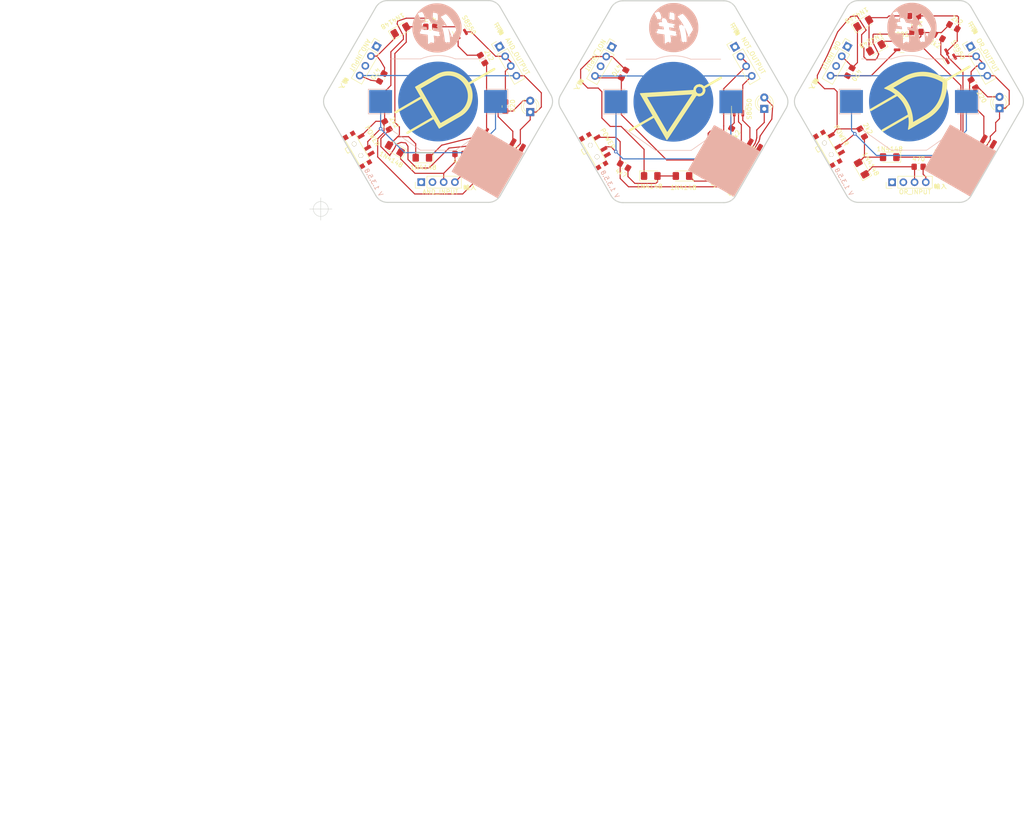
<source format=kicad_pcb>
(kicad_pcb (version 20211014) (generator pcbnew)
  (layers (0 "F.Cu" signal) (31 "B.Cu" signal) (34 "B.Paste" user) (35 "F.Paste" user) (36 "B.SilkS" user "B.Silkscreen") (37 "F.SilkS" user "F.Silkscreen") (38 "B.Mask" user) (39 "F.Mask" user) (44 "Edge.Cuts" user))
  (net 0 "")
  (net 1 "Net-(BT1-Pad1)")
  (net 2 "GNDREF")
  (net 3 "Net-(BT2-Pad1)")
  (net 4 "Net-(Q6-Pad3)")
  (net 5 "Net-(D1-Pad1)")
  (net 6 "Net-(D1-Pad2)")
  (net 7 "Net-(D2-Pad1)")
  (net 8 "Net-(D3-Pad1)")
  (net 9 "Net-(D3-Pad2)")
  (net 10 "Net-(D4-Pad1)")
  (net 11 "Net-(D4-Pad2)")
  (net 12 "Net-(D5-Pad1)")
  (net 13 "Net-(D6-Pad1)")
  (net 14 "Net-(D7-Pad1)")
  (net 15 "Net-(D8-Pad1)")
  (net 16 "Net-(D8-Pad2)")
  (net 17 "Net-(D9-Pad1)")
  (net 18 "Net-(D10-Pad1)")
  (net 19 "Net-(D10-Pad2)")
  (net 20 "Net-(D11-Pad2)")
  (net 21 "Net-(D12-Pad2)")
  (net 22 "Net-(Q1-Pad3)")
  (net 23 "Net-(Q3-Pad3)")
  (net 24 "Net-(Q5-Pad1)")
  (net 25 "Net-(Q6-Pad1)")
  (net 26 "Net-(Q7-Pad1)")
  (net 27 "Net-(BT3-Pad1)")
  (net 40 "Net-(J7-Pad2)")
  (net 42 "Net-(J8-Pad2)")
  (net 44 "Net-(J9-Pad2)")
  (net 45 "GND2")
  (net 46 "GND3")
  (net 47 "Net-(Q7-Pad3)")
  (net 48 "Net-(R10-Pad1)")
  (footprint "Resistor_SMD:R_0805_2012Metric_Pad1.20x1.40mm_HandSolder" (layer "F.Cu") (at 112.141 49.0982)
    (fp_text reference "R3")
    (fp_text value "470")
  )
  (footprint "library:skrp" (layer "F.Cu") (at 229.6014 50.7474 60)
    (fp_text reference "SW6")
    (fp_text value "強制輸出")
  )
  (footprint "Resistor_SMD:R_0805_2012Metric_Pad1.20x1.40mm_HandSolder" (layer "F.Cu") (at 226.663 33.472975 -60)
    (fp_text reference "R19")
    (fp_text value "220")
  )
  (footprint "library:MK12C02" (layer "F.Cu") (at 142.06 48.46 -60)
    (fp_text reference "SW3")
    (fp_text value "POWER")
  )
  (footprint "Connector_PinHeader_2.54mm:PinHeader_1x04_P2.54mm_Vertical" (layer "F.Cu") (at 93.67 25.129104 -30)
    (fp_text reference "J2")
    (fp_text value "AND_INPUT")
  )
  (footprint "Resistor_SMD:R_0805_2012Metric_Pad1.20x1.40mm_HandSolder" (layer "F.Cu") (at 148.826975 51.746 -30)
    (fp_text reference "R8")
    (fp_text value "4k7")
  )
  (footprint "Resistor_SMD:R_0805_2012Metric_Pad1.20x1.40mm_HandSolder" (layer "F.Cu") (at 122.38 38.53 -90)
    (fp_text reference "R17")
    (fp_text value "220")
  )
  (footprint "Resistor_SMD:R_0805_2012Metric_Pad1.20x1.40mm_HandSolder" (layer "F.Cu") (at 201.898 44.394975 -60)
    (fp_text reference "R12")
    (fp_text value "2k2")
  )
  (footprint "Package_TO_SOT_SMD:SOT-23" (layer "F.Cu") (at 174.331 39.0865 90)
    (fp_text reference "Q5")
    (fp_text value "S8050")
  )
  (footprint "Resistor_SMD:R_0805_2012Metric_Pad1.20x1.40mm_HandSolder" (layer "F.Cu") (at 172.4942 48.662175 60)
    (fp_text reference "R13")
    (fp_text value "100")
  )
  (footprint "Package_TO_SOT_SMD:SOT-23" (layer "F.Cu") (at 168.571899 52.732526 -150)
    (fp_text reference "Q2")
    (fp_text value "S8050")
  )
  (footprint "Diode_SMD:D_1206_3216Metric_Pad1.42x1.75mm_HandSolder" (layer "F.Cu") (at 204.938 25.449 -150)
    (fp_text reference "D2")
    (fp_text value "1N4148")
  )
  (footprint "Resistor_SMD:R_0805_2012Metric_Pad1.20x1.40mm_HandSolder" (layer "F.Cu") (at 199.1325 30.81 -120)
    (fp_text reference "R2")
    (fp_text value "470")
  )
  (footprint "Connector_PinHeader_2.54mm:PinHeader_1x04_P2.54mm_Vertical" (layer "F.Cu") (at 173.535 25.225 30)
    (fp_text reference "J7")
    (fp_text value "NOT_OUTPUT")
  )
  (footprint "Diode_SMD:D_1206_3216Metric_Pad1.42x1.75mm_HandSolder" (layer "F.Cu") (at 154.773 54.024)
    (fp_text reference "D3")
    (fp_text value "1N4148")
  )
  (footprint "library:skrp" (layer "F.Cu") (at 124.632146 51.56734 60)
    (fp_text reference "SW5")
    (fp_text value "強制輸出")
  )
  (footprint "" (layer "F.Cu") (at 138.136 37.387)
    (fp_text reference "")
    (fp_text value "")
  )
  (footprint "library:MK12C02" (layer "F.Cu") (at 89.427031 48.182 -60)
    (fp_text reference "SW1")
    (fp_text value "POWER")
  )
  (footprint "Connector_PinHeader_2.54mm:PinHeader_1x04_P2.54mm_Vertical" (layer "F.Cu") (at 146.1 25.229104 -30)
    (fp_text reference "J5")
    (fp_text value "NOT_INPUT")
  )
  (footprint "Package_TO_SOT_SMD:SOT-23" (layer "F.Cu") (at 117.716026 44.863101 60)
    (fp_text reference "Q3")
    (fp_text value "S8050")
  )
  (footprint "Resistor_SMD:R_0805_2012Metric_Pad1.20x1.40mm_HandSolder" (layer "F.Cu") (at 94.829 32.053 -120)
    (fp_text reference "R6")
    (fp_text value "470")
  )
  (footprint "Resistor_SMD:R_0805_2012Metric_Pad1.20x1.40mm_HandSolder" (layer "F.Cu") (at 213.971 21.893)
    (fp_text reference "R16")
    (fp_text value "2k2")
  )
  (footprint "Diode_SMD:D_1206_3216Metric_Pad1.42x1.75mm_HandSolder" (layer "F.Cu") (at 103.8825 49.96 180)
    (fp_text reference "D7")
    (fp_text value "1N4148")
  )
  (footprint "Resistor_SMD:R_0805_2012Metric_Pad1.20x1.40mm_HandSolder" (layer "F.Cu") (at 222.21 20.75 150)
    (fp_text reference "R7")
    (fp_text value "2k2")
  )
  (footprint "Connector_PinHeader_2.54mm:PinHeader_1x04_P2.54mm_Vertical" (layer "F.Cu") (at 198.5925 25.169104 -30)
    (fp_text reference "J1")
    (fp_text value "OR_INPUT")
  )
  (footprint "MountingHole:MountingHole_2.5mm" (layer "F.Cu") (at 85.6342 37.4632)
    (fp_text reference "REF**")
    (fp_text value "MountingHole_2.5mm")
  )
  (footprint "Resistor_SMD:R_0805_2012Metric_Pad1.20x1.40mm_HandSolder" (layer "F.Cu") (at 117.3 27.966025 120)
    (fp_text reference "R15")
    (fp_text value "2k2")
  )
  (footprint "Connector_PinHeader_2.54mm:PinHeader_1x04_P2.54mm_Vertical" (layer "F.Cu") (at 103.63 55.4 90)
    (fp_text reference "J4")
    (fp_text value "AND_INPUT")
  )
  (footprint "LED_THT:LED_D3.0mm_Clear" (layer "F.Cu") (at 180.07 39.06 90)
    (fp_text reference "D10")
    (fp_text value "LED_Small_Filled")
  )
  (footprint "Connector_PinHeader_2.54mm:PinHeader_1x04_P2.54mm_Vertical" (layer "F.Cu") (at 208.5625 55.42 90)
    (fp_text reference "J3")
    (fp_text value "OR_INPUT")
  )
  (footprint "Resistor_SMD:R_0805_2012Metric_Pad1.20x1.40mm_HandSolder" (layer "F.Cu") (at 105.64 20.75 180)
    (fp_text reference "R9")
    (fp_text value "4k7")
  )
  (footprint "Connector_PinHeader_2.54mm:PinHeader_1x04_P2.54mm_Vertical" (layer "F.Cu") (at 121.085 25.175 30)
    (fp_text reference "J8")
    (fp_text value "AND_OUTPUT")
  )
  (footprint "Diode_SMD:D_1206_3216Metric_Pad1.42x1.75mm_HandSolder" (layer "F.Cu") (at 161.8485 54.024 180)
    (fp_text reference "D6")
    (fp_text value "1N4148")
  )
  (footprint "Package_TO_SOT_SMD:SOT-23" (layer "F.Cu") (at 210.6045 24.941)
    (fp_text reference "Q1")
    (fp_text value "S8050")
  )
  (footprint "LED_THT:LED_D3.0mm_Clear" (layer "F.Cu") (at 232.497 38.916 90)
    (fp_text reference "D12")
    (fp_text value "LED_Small_Filled")
  )
  (footprint "Diode_SMD:D_1206_3216Metric_Pad1.42x1.75mm_HandSolder" (layer "F.Cu") (at 202.125787 19.96975 30)
    (fp_text reference "D1")
    (fp_text value "1N4148")
  )
  (footprint "Diode_SMD:D_1206_3216Metric_Pad1.42x1.75mm_HandSolder" (layer "F.Cu") (at 201.763 52.373 120)
    (fp_text reference "D8")
    (fp_text value "1N4148")
  )
  (footprint "LED_THT:LED_D3.0mm_Clear" (layer "F.Cu") (at 127.9144 39.7814 90)
    (fp_text reference "D11")
    (fp_text value "LED_Small_Filled")
  )
  (footprint "Diode_SMD:D_1206_3216Metric_Pad1.42x1.75mm_HandSolder" (layer "F.Cu") (at 99.001787 21.49375 30)
    (fp_text reference "D4")
    (fp_text value "1N4148")
  )
  (footprint "Resistor_SMD:R_0805_2012Metric_Pad1.20x1.40mm_HandSolder" (layer "F.Cu") (at 148.72 31.276025 -120)
    (fp_text reference "R5")
    (fp_text value "470")
  )
  (footprint "Package_TO_SOT_SMD:SOT-23" (layer "F.Cu") (at 112.18875 21.561899 120)
    (fp_text reference "Q6")
    (fp_text value "S8550")
  )
  (footprint "Connector_PinHeader_2.54mm:PinHeader_1x04_P2.54mm_Vertical" (layer "F.Cu") (at 226.035 25.175 30)
    (fp_text reference "J9")
    (fp_text value "OR_OUTPUT")
  )
  (footprint "Diode_SMD:D_1206_3216Metric_Pad1.42x1.75mm_HandSolder" (layer "F.Cu") (at 97.731787 47.94625 150)
    (fp_text reference "D5")
    (fp_text value "1N4148")
  )
  (footprint "Diode_SMD:D_1206_3216Metric_Pad1.42x1.75mm_HandSolder" (layer "F.Cu") (at 208.0225 49.833 180)
    (fp_text reference "D9")
    (fp_text value "1N4148")
  )
  (footprint "Resistor_SMD:R_0805_2012Metric_Pad1.20x1.40mm_HandSolder" (layer "F.Cu") (at 218.908 22.909 -30)
    (fp_text reference "R18")
    (fp_text value "2k2")
  )
  (footprint "library:skrp" (layer "F.Cu") (at 177.464146 51.61814 60)
    (fp_text reference "SW4")
    (fp_text value "強制輸出")
  )
  (footprint "Resistor_SMD:R_0805_2012Metric_Pad1.20x1.40mm_HandSolder" (layer "F.Cu") (at 95.98 42.743975 120)
    (fp_text reference "R11")
    (fp_text value "2k2")
  )
  (footprint "Resistor_SMD:R_0805_2012Metric_Pad1.20x1.40mm_HandSolder" (layer "F.Cu") (at 172.299 44.261 60)
    (fp_text reference "R14")
    (fp_text value "2k2")
  )
  (footprint "Package_TO_SOT_SMD:SOT-23" (layer "F.Cu") (at 220.255101 48.77775 30)
    (fp_text reference "Q4")
    (fp_text value "S8050")
  )
  (footprint "" (layer "F.Cu") (at 190.6886 37.387)
    (fp_text reference "")
    (fp_text value "")
  )
  (footprint "Resistor_SMD:R_0805_2012Metric_Pad1.20x1.40mm_HandSolder" (layer "F.Cu") (at 169.1828 47.168425 -120)
    (fp_text reference "R10")
    (fp_text value "470")
  )
  (footprint "library:MK12C02" (layer "F.Cu") (at 194.228831 47.96 -60)
    (fp_text reference "SW2")
    (fp_text value "POWER")
  )
  (footprint "Resistor_SMD:R_0805_2012Metric_Pad1.20x1.40mm_HandSolder" (layer "F.Cu") (at 213.447 18.337 180)
    (fp_text reference "R4")
    (fp_text value "4k7")
  )
  (footprint "Package_TO_SOT_SMD:SOT-23" (layer "F.Cu") (at 221.194 27.1 120)
    (fp_text reference "Q7")
    (fp_text value "S8550")
  )
  (footprint "Resistor_SMD:R_0805_2012Metric_Pad1.20x1.40mm_HandSolder" (layer "F.Cu") (at 214.4725 51.97)
    (fp_text reference "R1")
    (fp_text value "470")
  )
  (footprint "library:acomp" (layer "B.Cu") (at 159.9038 20.9278 180)
    (fp_text reference "G***")
    (fp_text value "LOGO" hide)
  )
  (footprint "Battery:BatteryHolder_Keystone_3002_1x2032" (layer "B.Cu") (at 212.3125 37.42 180)
    (fp_text reference "BT1")
    (fp_text value "CR2032")
  )
  (footprint "library:acomp" (layer "B.Cu") (at 212.9898 20.877 180)
    (fp_text reference "G***")
    (fp_text value "LOGO" hide)
  )
  (footprint "Battery:BatteryHolder_Keystone_3002_1x2032" (layer "B.Cu") (at 107.38 37.42 180)
    (fp_text reference "BT3")
    (fp_text value "CR2032")
  )
  (footprint "Battery:BatteryHolder_Keystone_3002_1x2032" (layer "B.Cu") (at 159.825 37.475 180)
    (fp_text reference "BT2")
    (fp_text value "CR2032")
  )
  (footprint "library:acomp" (layer "B.Cu") (at 107.148 21.004 180)
    (fp_text reference "G***")
    (fp_text value "LOGO" hide)
  )
  (gr_poly (pts (xy 215.770956 52.6143) (xy 225.8676 58.4436) (xy 231.607999 48.500936) (xy 221.511356 42.671636)) (layer "B.SilkS") (width 0.2) (fill solid))
  (gr_poly (pts (xy 110.513356 53.0207) (xy 120.61 58.85) (xy 126.350399 48.907336) (xy 116.253756 43.078036)) (layer "B.SilkS") (width 0.2) (fill solid))
  (gr_poly (pts (xy 163.192956 52.7159) (xy 173.2896 58.5452) (xy 179.029999 48.602536) (xy 168.933356 42.773236)) (layer "B.SilkS") (width 0.2) (fill solid))
  (gr_line (start 166.655003 34.906491) (end 166.652788 34.974972) (layer "F.SilkS") (width 0.529166))
  (gr_line (start 166.435062 35.552408) (end 166.390828 35.606085) (layer "F.SilkS") (width 0.529166))
  (gr_line (start 166.29302 35.703486) (end 166.239831 35.746986) (layer "F.SilkS") (width 0.529166))
  (gr_line (start 165.526145 33.850502) (end 165.596671 33.848156) (layer "F.SilkS") (width 0.529166))
  (gr_line (start 165.422038 35.950339) (end 165.387884 35.944048) (layer "F.SilkS") (width 0.529166))
  (gr_line (start 165.254627 35.908043) (end 165.222277 35.896403) (layer "F.SilkS") (width 0.529166))
  (gr_line (start 166.239829 34.065991) (end 166.266763 34.087297) (layer "F.SilkS") (width 0.529166))
  (gr_line (start 164.558278 34.701932) (end 164.573785 34.634781) (layer "F.SilkS") (width 0.529166))
  (gr_line (start 166.455923 34.288606) (end 166.475919 34.317419) (layer "F.SilkS") (width 0.529166))
  (gr_line (start 165.596671 33.848156) (end 165.632031 33.848745) (layer "F.SilkS") (width 0.529166))
  (gr_line (start 165.872808 33.884789) (end 165.905955 33.894335) (layer "F.SilkS") (width 0.529166))
  (gr_line (start 166.513215 35.435655) (end 166.47592 35.49556) (layer "F.SilkS") (width 0.529166))
  (gr_line (start 164.802513 35.606086) (end 164.779988 35.579647) (layer "F.SilkS") (width 0.529166))
  (gr_line (start 166.619557 35.178198) (end 166.599616 35.244454) (layer "F.SilkS") (width 0.529166))
  (gr_line (start 165.320534 35.928189) (end 165.287387 35.918644) (layer "F.SilkS") (width 0.529166))
  (gr_line (start 164.540553 34.974972) (end 164.538337 34.90649) (layer "F.SilkS") (width 0.529166))
  (gr_poly (pts (xy 153.069738 35.61809) (xy 164.498024 34.916965) (xy 165.094402 35.767944) (xy 158.71694 45.39933) (xy 158.374246 45.921794) (xy 153.082581 36.756356) (xy 153.794969 36.345057) (xy 158.449982 44.407776) (xy 164.178676 35.725169) (xy 153.794969 36.345057) (xy 153.082581 36.756356) (xy 152.445926 35.653639)) (layer "F.SilkS") (width 0.2) (fill solid))
  (gr_line (start 165.632031 33.848745) (end 165.667198 33.850499) (layer "F.SilkS") (width 0.529166))
  (gr_line (start 166.652788 34.974972) (end 166.64614 35.043234) (layer "F.SilkS") (width 0.529166))
  (gr_line (start 165.320533 33.884792) (end 165.387882 33.868931) (layer "F.SilkS") (width 0.529166))
  (gr_line (start 165.736856 33.857462) (end 165.771302 33.86264) (layer "F.SilkS") (width 0.529166))
  (gr_line (start 166.646141 34.769744) (end 166.652789 34.838009) (layer "F.SilkS") (width 0.529166))
  (gr_line (start 165.097448 35.839682) (end 165.067504 35.823034) (layer "F.SilkS") (width 0.529166))
  (gr_line (start 165.067504 33.989946) (end 165.127919 33.957624) (layer "F.SilkS") (width 0.529166))
  (gr_line (start 164.593725 35.244452) (end 164.573785 35.178194) (layer "F.SilkS") (width 0.529166))
  (gr_line (start 166.034441 33.942937) (end 166.065421 33.957625) (layer "F.SilkS") (width 0.529166))
  (gr_line (start 166.575247 34.503383) (end 166.599617 34.568525) (layer "F.SilkS") (width 0.529166))
  (gr_line (start 165.59667 35.964825) (end 165.59667 35.964825) (layer "F.SilkS") (width 0.529166))
  (gr_line (start 164.680126 34.377322) (end 164.680126 34.377322) (layer "F.SilkS") (width 0.529166))
  (gr_line (start 164.5472 34.769745) (end 164.558278 34.701932) (layer "F.SilkS") (width 0.529166))
  (gr_line (start 165.009304 35.786872) (end 164.981094 35.767387) (layer "F.SilkS") (width 0.529166))
  (gr_line (start 164.825833 35.631698) (end 164.802513 35.606086) (layer "F.SilkS") (width 0.529166))
  (gr_line (start 165.971065 33.916575) (end 166.002982 33.929249) (layer "F.SilkS") (width 0.529166))
  (gr_line (start 165.702148 33.85341) (end 165.736856 33.857462) (layer "F.SilkS") (width 0.529166))
  (gr_line (start 166.065421 35.855357) (end 166.002981 35.883731) (layer "F.SilkS") (width 0.529166))
  (gr_line (start 166.184037 34.026106) (end 166.212244 34.04559) (layer "F.SilkS") (width 0.529166))
  (gr_line (start 166.619556 34.634783) (end 166.635064 34.701929) (layer "F.SilkS") (width 0.529166))
  (gr_line (start 164.758282 35.552408) (end 164.737418 35.524375) (layer "F.SilkS") (width 0.529166))
  (gr_line (start 165.667198 33.850499) (end 165.702148 33.85341) (layer "F.SilkS") (width 0.529166))
  (gr_line (start 165.222277 35.896403) (end 165.19036 35.883729) (layer "F.SilkS") (width 0.529166))
  (gr_line (start 166.513215 35.435655) (end 166.513215 35.435655) (layer "F.SilkS") (width 0.529166))
  (gr_line (start 166.575246 35.309598) (end 166.546445 35.373405) (layer "F.SilkS") (width 0.529166))
  (gr_line (start 166.513212 34.377324) (end 166.513212 34.377324) (layer "F.SilkS") (width 0.529166))
  (gr_line (start 166.266763 34.087297) (end 166.293021 34.109495) (layer "F.SilkS") (width 0.529166))
  (gr_line (start 164.737418 35.524375) (end 164.71742 35.495559) (layer "F.SilkS") (width 0.529166))
  (gr_line (start 166.065421 33.957625) (end 166.095892 33.973297) (layer "F.SilkS") (width 0.529166))
  (gr_line (start 165.872807 35.928187) (end 165.805457 35.94405) (layer "F.SilkS") (width 0.529166))
  (gr_line (start 164.758278 34.260571) (end 164.802511 34.206891) (layer "F.SilkS") (width 0.529166))
  (gr_line (start 166.635064 35.111051) (end 166.619557 35.178198) (layer "F.SilkS") (width 0.529166))
  (gr_line (start 164.90032 35.703487) (end 164.87476 35.680413) (layer "F.SilkS") (width 0.529166))
  (gr_line (start 164.646896 35.373407) (end 164.618096 35.309596) (layer "F.SilkS") (width 0.529166))
  (gr_line (start 164.953513 35.746986) (end 164.926579 35.725681) (layer "F.SilkS") (width 0.529166))
  (gr_line (start 164.953512 34.065992) (end 165.009303 34.026107) (layer "F.SilkS") (width 0.529166))
  (gr_line (start 166.155226 34.007554) (end 166.184037 34.026106) (layer "F.SilkS") (width 0.529166))
  (gr_line (start 164.680126 35.435657) (end 164.680126 35.435657) (layer "F.SilkS") (width 0.529166))
  (gr_line (start 165.127919 33.957624) (end 165.190361 33.929248) (layer "F.SilkS") (width 0.529166))
  (gr_line (start 164.926579 35.725681) (end 164.90032 35.703487) (layer "F.SilkS") (width 0.529166))
  (gr_line (start 165.287387 35.918644) (end 165.254627 35.908043) (layer "F.SilkS") (width 0.529166))
  (gr_line (start 165.596671 33.848156) (end 165.596671 33.848156) (layer "F.SilkS") (width 0.529166))
  (gr_line (start 165.12792 35.855355) (end 165.097448 35.839682) (layer "F.SilkS") (width 0.529166))
  (gr_line (start 165.938711 33.904933) (end 165.971065 33.916575) (layer "F.SilkS") (width 0.529166))
  (gr_line (start 165.561311 35.964235) (end 165.526144 35.962478) (layer "F.SilkS") (width 0.529166))
  (gr_line (start 209.793409 35.841124) (end 203.835876 39.280707) (layer "F.SilkS") (width 0.529166))
  (gr_line (start 164.573785 34.634781) (end 164.593725 34.568525) (layer "F.SilkS") (width 0.529166))
  (gr_line (start 166.64614 35.043234) (end 166.635064 35.111051) (layer "F.SilkS") (width 0.529166))
  (gr_line (start 164.717421 34.317419) (end 164.758278 34.260571) (layer "F.SilkS") (width 0.529166))
  (gr_line (start 165.805457 35.94405) (end 165.736855 35.955516) (layer "F.SilkS") (width 0.529166))
  (gr_line (start 164.87476 35.680413) (end 164.849923 35.656479) (layer "F.SilkS") (width 0.529166))
  (gr_line (start 114.152905 33.498266) (end 119.881301 30.190975) (layer "F.SilkS") (width 0.529166))
  (gr_line (start 166.390828 35.606085) (end 166.343419 35.656479) (layer "F.SilkS") (width 0.529166))
  (gr_line (start 165.254627 33.904931) (end 165.320533 33.884792) (layer "F.SilkS") (width 0.529166))
  (gr_line (start 165.038115 35.805427) (end 165.009304 35.786872) (layer "F.SilkS") (width 0.529166))
  (gr_line (start 165.905955 33.894335) (end 165.938711 33.904933) (layer "F.SilkS") (width 0.529166))
  (gr_line (start 164.981094 35.767387) (end 164.953513 35.746986) (layer "F.SilkS") (width 0.529166))
  (gr_line (start 220.052625 32.973108) (end 225.781021 29.665817) (layer "F.SilkS") (width 0.529166))
  (gr_line (start 166.435059 34.260571) (end 166.455923 34.288606) (layer "F.SilkS") (width 0.529166))
  (gr_line (start 164.540553 34.838006) (end 164.5472 34.769745) (layer "F.SilkS") (width 0.529166))
  (gr_line (start 165.009303 34.026107) (end 165.067504 33.989946) (layer "F.SilkS") (width 0.529166))
  (gr_line (start 166.599616 35.244454) (end 166.575246 35.309598) (layer "F.SilkS") (width 0.529166))
  (gr_line (start 166.125837 35.823032) (end 166.065421 35.855357) (layer "F.SilkS") (width 0.529166))
  (gr_line (start 166.212244 34.04559) (end 166.239829 34.065991) (layer "F.SilkS") (width 0.529166))
  (gr_line (start 164.71742 35.495559) (end 164.698317 35.465981) (layer "F.SilkS") (width 0.529166))
  (gr_line (start 165.938712 35.908045) (end 165.872807 35.928187) (layer "F.SilkS") (width 0.529166))
  (gr_line (start 164.618096 35.309596) (end 164.593725 35.244452) (layer "F.SilkS") (width 0.529166))
  (gr_line (start 164.849923 35.656479) (end 164.825833 35.631698) (layer "F.SilkS") (width 0.529166))
  (gr_line (start 166.367509 34.181279) (end 166.390829 34.206897) (layer "F.SilkS") (width 0.529166))
  (gr_line (start 155.639222 40.655423) (end 150.139962 43.830425) (layer "F.SilkS") (width 0.529166))
  (gr_line (start 166.635064 34.701929) (end 166.646141 34.769744) (layer "F.SilkS") (width 0.529166))
  (gr_line (start 166.184037 35.786874) (end 166.125837 35.823032) (layer "F.SilkS") (width 0.529166))
  (gr_line (start 165.805458 33.86893) (end 165.8393 33.876317) (layer "F.SilkS") (width 0.529166))
  (gr_line (start 164.779988 35.579647) (end 164.758282 35.552408) (layer "F.SilkS") (width 0.529166))
  (gr_line (start 166.413353 34.233331) (end 166.435059 34.260571) (layer "F.SilkS") (width 0.529166))
  (gr_line (start 165.387884 35.944048) (end 165.354039 35.936661) (layer "F.SilkS") (width 0.529166))
  (gr_line (start 165.190361 33.929248) (end 165.254627 33.904931) (layer "F.SilkS") (width 0.529166))
  (gr_line (start 164.646895 34.439574) (end 164.680126 34.377322) (layer "F.SilkS") (width 0.529166))
  (gr_line (start 165.771302 33.86264) (end 165.805458 33.86893) (layer "F.SilkS") (width 0.529166))
  (gr_line (start 166.125836 33.989947) (end 166.155226 34.007554) (layer "F.SilkS") (width 0.529166))
  (gr_line (start 166.343419 34.156497) (end 166.367509 34.181279) (layer "F.SilkS") (width 0.529166))
  (gr_line (start 212.668378 40.291549) (end 206.481709 43.863424) (layer "F.SilkS") (width 0.529166))
  (gr_line (start 165.8393 33.876317) (end 165.872808 33.884789) (layer "F.SilkS") (width 0.529166))
  (gr_line (start 166.343419 35.656479) (end 166.29302 35.703486) (layer "F.SilkS") (width 0.529166))
  (gr_line (start 166.542928 34.36017) (end 170.408522 32.128366) (layer "F.SilkS") (width 0.529166))
  (gr_line (start 166.47592 35.49556) (end 166.435062 35.552408) (layer "F.SilkS") (width 0.529166))
  (gr_line (start 103.893689 36.366282) (end 97.936156 39.805865) (layer "F.SilkS") (width 0.529166))
  (gr_line (start 165.667196 35.962477) (end 165.59667 35.964825) (layer "F.SilkS") (width 0.529166))
  (gr_line (start 165.1589 35.870042) (end 165.12792 35.855355) (layer "F.SilkS") (width 0.529166))
  (gr_line (start 165.736855 35.955516) (end 165.667196 35.962477) (layer "F.SilkS") (width 0.529166))
  (gr_line (start 164.680126 35.435657) (end 164.646896 35.373407) (layer "F.SilkS") (width 0.529166))
  (gr_line (start 165.456486 33.857462) (end 165.526145 33.850502) (layer "F.SilkS") (width 0.529166))
  (gr_line (start 166.495024 34.346996) (end 166.513212 34.377324) (layer "F.SilkS") (width 0.529166))
  (gr_line (start 166.293021 34.109495) (end 166.31858 34.132565) (layer "F.SilkS") (width 0.529166))
  (gr_poly (pts (xy 211.34967 31.901678) (xy 211.702938 31.727986) (xy 212.11188 31.548713) (xy 212.57425 31.373496) (xy 213.087805 31.211967) (xy 213.650301 31.073765) (xy 214.259491 30.968522) (xy 214.913132 30.905877) (xy 215.255921 30.893538) (xy 215.60898 30.895462) (xy 215.972029 30.912852) (xy 216.344789 30.946914) (xy 216.726978 30.998852) (xy 217.118316 31.069869) (xy 217.518521 31.161171) (xy 217.927314 31.273961) (xy 218.344415 31.409445) (xy 218.769541 31.568827) (xy 219.202414 31.75331) (xy 219.642752 31.964101) (xy 220.090274 32.202402) (xy 220.544701 32.469419) (xy 220.339045 32.807743) (xy 220.73487 32.798802) (xy 220.739133 33.325977) (xy 220.722409 33.83315) (xy 220.685825 34.320627) (xy 220.630502 34.788716) (xy 220.557567 35.237723) (xy 220.468144 35.667959) (xy 220.363357 36.079727) (xy 220.244331 36.473336) (xy 220.11219 36.849095) (xy 219.968059 37.207309) (xy 219.813062 37.548286) (xy 219.648324 37.872334) (xy 219.474969 38.17976) (xy 219.294123 38.470871) (xy 219.106908 38.745974) (xy 218.914451 39.005379) (xy 218.7179 39.249496) (xy 218.518473 39.478801) (xy 218.317395 39.6937) (xy 218.11589 39.894592) (xy 217.915187 40.08188) (xy 217.716509 40.255966) (xy 217.521083 40.417254) (xy 217.330135 40.566144) (xy 217.144889 40.703038) (xy 216.966571 40.828339) (xy 216.635624 41.04577) (xy 216.3471 41.221655) (xy 216.110801 41.35921) (xy 212.179689 43.628839) (xy 212.3155 42.805738) (xy 212.351479 42.400384) (xy 212.358884 41.933845) (xy 212.348982 41.646322) (xy 212.325836 41.32709) (xy 212.286315 40.979495) (xy 212.227287 40.606885) (xy 212.145624 40.212605) (xy 212.038193 39.8) (xy 211.901863 39.372418) (xy 211.733506 38.933204) (xy 211.529987 38.485703) (xy 211.288178 38.033263) (xy 211.154855 37.810928) (xy 211.017258 37.597631) (xy 210.875944 37.393241) (xy 210.731471 37.197629) (xy 210.584397 37.010665) (xy 210.435279 36.832219) (xy 210.284677 36.662162) (xy 210.133147 36.500363) (xy 209.981247 36.346693) (xy 209.829537 36.201023) (xy 209.678572 36.063222) (xy 209.528911 35.93316) (xy 209.381113 35.810708) (xy 209.235735 35.695737) (xy 208.95447 35.487713) (xy 208.68958 35.308051) (xy 208.445528 35.155714) (xy 208.226777 35.029662) (xy 208.037791 34.928857) (xy 207.883032 34.852261) (xy 207.837948 34.831508) (xy 208.631072 34.373598) (xy 208.972456 34.571659) (xy 209.359351 34.821621) (xy 209.566177 34.967321) (xy 209.779956 35.127503) (xy 209.999212 35.302671) (xy 210.22247 35.493325) (xy 210.448255 35.69997) (xy 210.675091 35.923105) (xy 210.901504 36.163236) (xy 211.126019 36.420863) (xy 211.347158 36.696491) (xy 211.56345 36.990619) (xy 211.773417 37.303751) (xy 211.975585 37.636388) (xy 212.16215 37.976863) (xy 212.328178 38.314436) (xy 212.474812 38.648079) (xy 212.603197 38.976763) (xy 212.714472 39.299462) (xy 212.809782 39.615145) (xy 212.89027 39.922788) (xy 212.957075 40.221361) (xy 213.011345 40.509836) (xy 213.054218 40.787185) (xy 213.086839 41.052381) (xy 213.110351 41.304396) (xy 213.125894 41.542202) (xy 213.134613 41.76477) (xy 213.136148 42.160084) (xy 215.713926 40.671803) (xy 215.942054 40.538887) (xy 216.208181 40.376343) (xy 216.505674 40.180082) (xy 216.8279 39.946019) (xy 216.996214 39.813534) (xy 217.168224 39.670066) (xy 217.3431 39.515103) (xy 217.520013 39.348135) (xy 217.698135 39.168651) (xy 217.876634 38.976141) (xy 218.054684 38.770093) (xy 218.231453 38.549996) (xy 218.4 38.322986) (xy 218.564029 38.082442) (xy 218.722628 37.827976) (xy 218.874879 37.559201) (xy 219.019867 37.275727) (xy 219.156677 36.977168) (xy 219.284394 36.663134) (xy 219.402102 36.333237) (xy 219.508887 35.987091) (xy 219.603832 35.624307) (xy 219.686021 35.244495) (xy 219.754541 34.847269) (xy 219.808476 34.432241) (xy 219.846909 33.999022) (xy 219.868927 33.547225) (xy 219.873612 33.076461) (xy 219.457253 32.84149) (xy 219.049126 32.631691) (xy 218.649351 32.446024) (xy 218.258042 32.283447) (xy 217.875319 32.142921) (xy 217.501297 32.023404) (xy 217.136097 31.923857) (xy 216.779833 31.843238) (xy 216.432624 31.780507) (xy 216.094588 31.734622) (xy 215.76584 31.704544) (xy 215.4465 31.689231) (xy 215.136684 31.687644) (xy 214.83651 31.698741) (xy 214.546096 31.721482) (xy 214.265558 31.754826) (xy 213.995015 31.797732) (xy 213.734583 31.849161) (xy 213.244523 31.973421) (xy 212.796319 32.119279) (xy 212.390909 32.278413) (xy 212.029235 32.442495) (xy 211.712233 32.603201) (xy 211.21601 32.881183) (xy 208.631072 34.373598) (xy 207.837948 34.831508) (xy 207.766965 34.798834) (xy 207.668755 34.757339) (xy 206.888023 34.463404) (xy 210.819135 32.193776)) (layer "F.SilkS") (width 0.2) (fill solid))
  (gr_line (start 164.558278 35.111049) (end 164.547202 35.043232) (layer "F.SilkS") (width 0.529166))
  (gr_line (start 164.618094 34.503381) (end 164.646895 34.439574) (layer "F.SilkS") (width 0.529166))
  (gr_line (start 166.599617 34.568525) (end 166.619556 34.634783) (layer "F.SilkS") (width 0.529166))
  (gr_line (start 164.849922 34.156499) (end 164.900319 34.109495) (layer "F.SilkS") (width 0.529166))
  (gr_line (start 166.546446 34.439572) (end 166.575247 34.503383) (layer "F.SilkS") (width 0.529166))
  (gr_line (start 165.59667 35.964825) (end 165.561311 35.964235) (layer "F.SilkS") (width 0.529166))
  (gr_line (start 164.538337 34.90649) (end 164.540553 34.838006) (layer "F.SilkS") (width 0.529166))
  (gr_line (start 165.19036 35.883729) (end 165.1589 35.870042) (layer "F.SilkS") (width 0.529166))
  (gr_line (start 166.239831 35.746986) (end 166.184037 35.786874) (layer "F.SilkS") (width 0.529166))
  (gr_poly (pts (xy 107.277231 31.365638) (xy 107.524139 31.246796) (xy 107.77376 31.141715) (xy 108.025664 31.050253) (xy 108.279422 30.972264) (xy 108.534604 30.907608) (xy 108.79078 30.856138) (xy 109.047521 30.817713) (xy 109.304397 30.792188) (xy 109.56098 30.779418) (xy 109.816839 30.779262) (xy 110.071545 30.791576) (xy 110.324668 30.816215) (xy 110.57578 30.853037) (xy 110.824448 30.901897) (xy 111.070246 30.962652) (xy 111.312744 31.035158) (xy 111.551511 31.119273) (xy 111.786117 31.214851) (xy 112.016135 31.32175) (xy 112.241133 31.439826) (xy 112.460683 31.568935) (xy 112.674355 31.708934) (xy 112.881719 31.859679) (xy 113.082347 32.021027) (xy 113.275807 32.192834) (xy 113.461673 32.374956) (xy 113.63951 32.567249) (xy 113.808894 32.769571) (xy 113.969393 32.981777) (xy 114.120576 33.203725) (xy 114.262017 33.43527) (xy 114.39182 33.673533) (xy 114.50844 33.915436) (xy 114.611967 34.160535) (xy 114.702491 34.408387) (xy 114.780103 34.658546) (xy 114.844893 34.91057) (xy 114.896952 35.164015) (xy 114.936369 35.418438) (xy 114.963236 35.673393) (xy 114.977643 35.928438) (xy 114.97968 36.183127) (xy 114.969437 36.43702) (xy 114.947006 36.68967) (xy 114.912475 36.940636) (xy 114.865937 37.189471) (xy 114.807481 37.435733) (xy 114.737197 37.678978) (xy 114.655177 37.918762) (xy 114.56151 38.154641) (xy 114.456286 38.386172) (xy 114.339596 38.61291) (xy 114.211532 38.834413) (xy 114.072183 39.050235) (xy 113.921639 39.259935) (xy 113.759991 39.463066) (xy 113.587329 39.659187) (xy 113.403743 39.847852) (xy 113.209326 40.028618) (xy 113.004165 40.201043) (xy 112.788352 40.36468) (xy 112.561977 40.519087) (xy 112.325131 40.663821) (xy 107.633303 43.372649) (xy 107.255327 42.717976) (xy 107.91 42.34) (xy 111.838044 40.072143) (xy 112.043148 39.946942) (xy 112.239067 39.81369) (xy 112.42573 39.672752) (xy 112.603068 39.524491) (xy 112.771011 39.369271) (xy 112.929488 39.207455) (xy 113.07843 39.039407) (xy 113.217767 38.86549) (xy 113.347427 38.686068) (xy 113.467343 38.501505) (xy 113.577443 38.312165) (xy 113.677658 38.11841) (xy 113.767918 37.920604) (xy 113.848152 37.719111) (xy 113.918291 37.514294) (xy 113.978264 37.306518) (xy 114.028002 37.096145) (xy 114.067435 36.883541) (xy 114.096493 36.669066) (xy 114.115104 36.453087) (xy 114.123201 36.235965) (xy 114.120713 36.018065) (xy 114.107568 35.799749) (xy 114.083699 35.581383) (xy 114.049034 35.363329) (xy 114.003504 35.145952) (xy 113.947038 34.929614) (xy 113.879567 34.714679) (xy 113.801021 34.501511) (xy 113.71133 34.290473) (xy 113.610423 34.081929) (xy 113.498231 33.876242) (xy 113.37651 33.676056) (xy 113.247271 33.48387) (xy 113.110825 33.299826) (xy 112.96748 33.124069) (xy 112.817547 32.956744) (xy 112.661336 32.797994) (xy 112.499156 32.647964) (xy 112.331318 32.506798) (xy 112.158131 32.37464) (xy 111.979906 32.251635) (xy 111.796952 32.137926) (xy 111.609579 32.03366) (xy 111.418097 31.938977) (xy 111.222817 31.854024) (xy 111.024047 31.778946) (xy 110.822098 31.713884) (xy 110.617279 31.658986) (xy 110.409902 31.614393) (xy 110.200275 31.580252) (xy 109.988708 31.556705) (xy 109.775512 31.543898) (xy 109.560996 31.541975) (xy 109.345472 31.551079) (xy 109.129246 31.571354) (xy 108.912631 31.602946) (xy 108.695936 31.645998) (xy 108.479471 31.700655) (xy 108.263546 31.767062) (xy 108.04847 31.845361) (xy 107.834555 31.935697) (xy 107.622108 32.038215) (xy 107.411441 32.15306) (xy 103.374286 34.483912) (xy 107.91 42.34) (xy 107.255327 42.717976) (xy 102.341637 34.207215) (xy 107.033465 31.498386)) (layer "F.SilkS") (width 0.2) (fill solid))
  (gr_line (start 164.698317 35.465981) (end 164.680126 35.435657) (layer "F.SilkS") (width 0.529166))
  (gr_line (start 164.547202 35.043232) (end 164.540553 34.974972) (layer "F.SilkS") (width 0.529166))
  (gr_line (start 164.573785 35.178194) (end 164.558278 35.111049) (layer "F.SilkS") (width 0.529166))
  (gr_line (start 164.593725 34.568525) (end 164.618094 34.503381) (layer "F.SilkS") (width 0.529166))
  (gr_line (start 165.354039 35.936661) (end 165.320534 35.928189) (layer "F.SilkS") (width 0.529166))
  (gr_line (start 165.526144 35.962478) (end 165.491194 35.959563) (layer "F.SilkS") (width 0.529166))
  (gr_line (start 166.31858 34.132565) (end 166.343419 34.156497) (layer "F.SilkS") (width 0.529166))
  (gr_line (start 106.768658 40.816708) (end 100.581989 44.388582) (layer "F.SilkS") (width 0.529166))
  (gr_line (start 166.652789 34.838009) (end 166.655003 34.906491) (layer "F.SilkS") (width 0.529166))
  (gr_line (start 166.546445 35.373405) (end 166.513215 35.435655) (layer "F.SilkS") (width 0.529166))
  (gr_line (start 166.513212 34.377324) (end 166.513212 34.377324) (layer "F.SilkS") (width 0.529166))
  (gr_line (start 166.390829 34.206897) (end 166.413353 34.233331) (layer "F.SilkS") (width 0.529166))
  (gr_line (start 166.002982 33.929249) (end 166.034441 33.942937) (layer "F.SilkS") (width 0.529166))
  (gr_line (start 164.680126 34.377322) (end 164.717421 34.317419) (layer "F.SilkS") (width 0.529166))
  (gr_line (start 165.387882 33.868931) (end 165.456486 33.857462) (layer "F.SilkS") (width 0.529166))
  (gr_line (start 164.802511 34.206891) (end 164.849922 34.156499) (layer "F.SilkS") (width 0.529166))
  (gr_line (start 166.513212 34.377324) (end 166.546446 34.439572) (layer "F.SilkS") (width 0.529166))
  (gr_line (start 165.067504 35.823034) (end 165.038115 35.805427) (layer "F.SilkS") (width 0.529166))
  (gr_line (start 164.900319 34.109495) (end 164.953512 34.065992) (layer "F.SilkS") (width 0.529166))
  (gr_line (start 166.002981 35.883731) (end 165.938712 35.908045) (layer "F.SilkS") (width 0.529166))
  (gr_line (start 165.491194 35.959563) (end 165.456485 35.955515) (layer "F.SilkS") (width 0.529166))
  (gr_line (start 165.456485 35.955515) (end 165.422038 35.950339) (layer "F.SilkS") (width 0.529166))
  (gr_line (start 166.095892 33.973297) (end 166.125836 33.989947) (layer "F.SilkS") (width 0.529166))
  (gr_line (start 166.475919 34.317419) (end 166.495024 34.346996) (layer "F.SilkS") (width 0.529166))
  (gr_arc (start 173.671361 58.465) (mid 172.573285 59.563076) (end 171.073285 59.965) (layer "Edge.Cuts") (width 0.25))
  (gr_line (start 82.259692 38.91) (end 93.518023 58.41) (layer "Edge.Cuts") (width 0.25))
  (gr_arc (start 237.425631 35.912595) (mid 237.827553 37.412595) (end 237.425631 38.912595) (layer "Edge.Cuts") (width 0.25))
  (gr_line (start 121.230835 58.41) (end 132.489166 38.91) (layer "Edge.Cuts") (width 0.25))
  (gr_arc (start 226.1673 58.412595) (mid 225.069224 59.510671) (end 223.569224 59.912595) (layer "Edge.Cuts") (width 0.25))
  (gr_arc (start 93.518023 16.41) (mid 94.616099 15.311924) (end 96.116099 14.91) (layer "Edge.Cuts") (width 0.25))
  (gr_arc (start 121.230835 58.41) (mid 120.132759 59.508076) (end 118.632759 59.91) (layer "Edge.Cuts") (width 0.25))
  (gr_line (start 148.556625 59.965) (end 171.073285 59.965) (layer "Edge.Cuts") (width 0.25))
  (gr_line (start 134.700218 38.965) (end 145.958549 58.465) (layer "Edge.Cuts") (width 0.25))
  (gr_arc (start 118.632759 14.91) (mid 120.132759 15.311924) (end 121.230835 16.41) (layer "Edge.Cuts") (width 0.25))
  (gr_arc (start 171.073285 14.965) (mid 172.573285 15.366924) (end 173.671361 16.465) (layer "Edge.Cuts") (width 0.25))
  (gr_line (start 226.1673 58.412595) (end 237.425631 38.912595) (layer "Edge.Cuts") (width 0.25))
  (gr_line (start 118.632759 14.91) (end 96.116099 14.91) (layer "Edge.Cuts") (width 0.25))
  (gr_arc (start 132.489166 35.91) (mid 132.891088 37.41) (end 132.489166 38.91) (layer "Edge.Cuts") (width 0.25))
  (gr_line (start 201.052564 59.912595) (end 223.569224 59.912595) (layer "Edge.Cuts") (width 0.25))
  (gr_arc (start 201.052564 59.912595) (mid 199.552564 59.510671) (end 198.454488 58.412595) (layer "Edge.Cuts") (width 0.25))
  (gr_line (start 145.958549 16.465) (end 134.700218 35.965) (layer "Edge.Cuts") (width 0.25))
  (gr_arc (start 184.929692 35.965) (mid 185.331614 37.465) (end 184.929692 38.965) (layer "Edge.Cuts") (width 0.25))
  (gr_arc (start 145.958549 16.465) (mid 147.056625 15.366924) (end 148.556625 14.965) (layer "Edge.Cuts") (width 0.25))
  (gr_line (start 96.116099 59.91) (end 118.632759 59.91) (layer "Edge.Cuts") (width 0.25))
  (gr_arc (start 187.196157 38.912595) (mid 186.794234 37.412595) (end 187.196157 35.912595) (layer "Edge.Cuts") (width 0.25))
  (gr_arc (start 148.556625 59.965) (mid 147.056625 59.563076) (end 145.958549 58.465) (layer "Edge.Cuts") (width 0.25))
  (gr_arc (start 82.259692 38.91) (mid 81.857769 37.41) (end 82.259692 35.91) (layer "Edge.Cuts") (width 0.25))
  (gr_line (start 187.196157 38.912595) (end 198.454488 58.412595) (layer "Edge.Cuts") (width 0.25))
  (gr_line (start 237.425631 35.912595) (end 226.1673 16.412595) (layer "Edge.Cuts") (width 0.25))
  (gr_line (start 173.671361 58.465) (end 184.929692 38.965) (layer "Edge.Cuts") (width 0.25))
  (gr_line (start 171.073285 14.965) (end 148.556625 14.965) (layer "Edge.Cuts") (width 0.25))
  (gr_line (start 198.454488 16.412595) (end 187.196157 35.912595) (layer "Edge.Cuts") (width 0.25))
  (gr_arc (start 198.454488 16.412595) (mid 199.552564 15.314519) (end 201.052564 14.912595) (layer "Edge.Cuts") (width 0.25))
  (gr_line (start 184.929692 35.965) (end 173.671361 16.465) (layer "Edge.Cuts") (width 0.25))
  (gr_line (start 223.569224 14.912595) (end 201.052564 14.912595) (layer "Edge.Cuts") (width 0.25))
  (gr_line (start 93.518023 16.41) (end 82.259692 35.91) (layer "Edge.Cuts") (width 0.25))
  (gr_line (start 132.489166 35.91) (end 121.230835 16.41) (layer "Edge.Cuts") (width 0.25))
  (gr_arc (start 96.116099 59.91) (mid 94.616099 59.508076) (end 93.518023 58.41) (layer "Edge.Cuts") (width 0.25))
  (gr_arc (start 134.700218 38.965) (mid 134.298295 37.465) (end 134.700218 35.965) (layer "Edge.Cuts") (width 0.25))
  (gr_arc (start 223.569224 14.912595) (mid 225.069224 15.314519) (end 226.1673 16.412595) (layer "Edge.Cuts") (width 0.25))
  (gr_text "V 1.3.5.8" (at 145.6798 55.8528 300) (layer "B.SilkS") (effects (font (size 1 1)) (justify mirror)))
  (gr_text "V 1.3.5.8" (at 197.826 55.3194 300) (layer "B.SilkS") (effects (font (size 1 1)) (justify mirror)))
  (gr_text "V 1.3.5.8" (at 93.0256 55.4464 300) (layer "B.SilkS") (effects (font (size 1 1)) (justify mirror)))
  (gr_text "輸入" (at 191.0442 33.5262 240) (layer "F.SilkS") (effects (font (size 1 1))))
  (gr_text "輸入" (at 114.4886 56.691) (layer "F.SilkS") (effects (font (size 1 1))))
  (gr_text "輸入" (at 219.3398 56.437) (layer "F.SilkS") (effects (font (size 1 1))))
  (gr_text "輸出" (at 121.0418 21.1818 120) (layer "F.SilkS") (effects (font (size 1 1))))
  (gr_text "輸入" (at 138.6694 33.704 240) (layer "F.SilkS") (effects (font (size 1 1))))
  (gr_text "輸出" (at 173.6706 21.258 120) (layer "F.SilkS") (effects (font (size 1 1))))
  (gr_text "輸入" (at 86.2692 33.3992 240) (layer "F.SilkS") (effects (font (size 1 1))))
  (gr_text "輸出" (at 226.6804 20.9532 120) (layer "F.SilkS") (effects (font (size 1 1))))
  (target plus (at 81.24 61.39) (size 5) (width 0.1) (layer "Edge.Cuts"))
  (segment (start 198.08 46.404) (end 200.239 44.626) (width 0.25) (layer "F.Cu") (net 1))
  (segment (start 196.509087 47.509519) (end 198.08 46.404) (width 0.25) (layer "F.Cu") (net 1))
  (via (at 200.239 44.626) (size 0.8) (drill 0.4) (layers "F.Cu" "B.Cu") (net 1))
  (segment (start 219.543 49.452) (end 225.131 43.864) (width 0.25) (layer "B.Cu") (net 1))
  (segment (start 199.5125 43.8995) (end 205.065 49.452) (width 0.25) (layer "B.Cu") (net 1))
  (segment (start 225.1125 43.8455) (end 225.1125 37.42) (width 0.25) (layer "B.Cu") (net 1))
  (segment (start 205.065 49.452) (end 219.543 49.452) (width 0.25) (layer "B.Cu") (net 1))
  (segment (start 199.5125 37.42) (end 199.5125 43.8995) (width 0.25) (layer "B.Cu") (net 1))
  (segment (start 225.131 43.864) (end 225.1125 43.8455) (width 0.25) (layer "B.Cu") (net 1))
  (segment (start 121.5458 46.15) (end 121.5458 47.5938) (width 0.25) (layer "F.Cu") (net 2))
  (segment (start 130.389 38.657) (end 130.389 35.482) (width 0.25) (layer "F.Cu") (net 2))
  (segment (start 127.9144 41.5126) (end 127.9144 39.7814) (width 0.25) (layer "F.Cu") (net 2))
  (segment (start 123.2008 49.2488) (end 123.3024 49.2488) (width 0.25) (layer "F.Cu") (net 2))
  (segment (start 94.329 32.919025) (end 92.416 32.688) (width 0.25) (layer "F.Cu") (net 2))
  (segment (start 113.014 53.516) (end 111.13 55.4) (width 0.25) (layer "F.Cu") (net 2))
  (segment (start 121.5458 47.5938) (end 123.2008 49.2488) (width 0.25) (layer "F.Cu") (net 2))
  (segment (start 113.117 49.1222) (end 113.117 53.516) (width 0.25) (layer "F.Cu") (net 2))
  (segment (start 113.117 53.516) (end 113.014 53.516) (width 0.25) (layer "F.Cu") (net 2))
  (segment (start 127.9144 39.7814) (end 129.2646 39.7814) (width 0.25) (layer "F.Cu") (net 2))
  (segment (start 113.141 49.0982) (end 113.117 49.1222) (width 0.25) (layer "F.Cu") (net 2))
  (segment (start 118.07 46.15) (end 121.5458 46.15) (width 0.25) (layer "F.Cu") (net 2))
  (segment (start 129.2646 39.7814) (end 130.389 38.657) (width 0.25) (layer "F.Cu") (net 2))
  (segment (start 125.7154 43.7116) (end 127.9144 41.5126) (width 0.25) (layer "F.Cu") (net 2))
  (segment (start 92.416 32.688) (end 89.92 31.624295) (width 0.25) (layer "F.Cu") (net 2))
  (segment (start 115.1218 49.0982) (end 118.07 46.15) (width 0.25) (layer "F.Cu") (net 2))
  (segment (start 123.3024 49.2488) (end 125.7154 46.8358) (width 0.25) (layer "F.Cu") (net 2))
  (segment (start 113.141 49.0982) (end 115.1218 49.0982) (width 0.25) (layer "F.Cu") (net 2))
  (segment (start 126.577191 31.670191) (end 124.835 31.670191) (width 0.25) (layer "F.Cu") (net 2))
  (segment (start 130.389 35.482) (end 126.577191 31.670191) (width 0.25) (layer "F.Cu") (net 2))
  (segment (start 125.7154 46.8358) (end 125.7154 43.7116) (width 0.25) (layer "F.Cu") (net 2))
  (segment (start 89.92 31.624295) (end 101.584295 31.624295) (width 0.25) (layer "B.Cu") (net 2))
  (segment (start 124.835 31.670191) (end 113.129809 31.670191) (width 0.25) (layer "B.Cu") (net 2))
  (segment (start 101.584295 31.624295) (end 107.38 37.42) (width 0.25) (layer "B.Cu") (net 2))
  (segment (start 113.129809 31.670191) (end 107.38 37.42) (width 0.25) (layer "B.Cu") (net 2))
  (segment (start 144.828175 47.5216) (end 145.9084 47.5216) (width 0.25) (layer "F.Cu") (net 3))
  (segment (start 145.9084 47.5216) (end 146.9752 48.5884) (width 0.25) (layer "F.Cu") (net 3))
  (segment (start 144.340256 48.009519) (end 144.828175 47.5216) (width 0.25) (layer "F.Cu") (net 3))
  (via (at 146.9752 48.5884) (size 0.8) (drill 0.4) (layers "F.Cu" "B.Cu") (net 3))
  (segment (start 172.625 45.062) (end 167.473 50.214) (width 0.25) (layer "B.Cu") (net 3))
  (segment (start 146.9752 48.5884) (end 148.6008 50.214) (width 0.25) (layer "B.Cu") (net 3))
  (segment (start 146.9752 48.5884) (end 147.025 48.5386) (width 0.25) (layer "B.Cu") (net 3))
  (segment (start 172.625 37.475) (end 172.625 45.062) (width 0.25) (layer "B.Cu") (net 3))
  (segment (start 147.025 48.5386) (end 147.025 37.475) (width 0.25) (layer "B.Cu") (net 3))
  (segment (start 148.6008 50.214) (end 152.106 50.214) (width 0.25) (layer "B.Cu") (net 3))
  (segment (start 167.473 50.214) (end 152.106 50.214) (width 0.25) (layer "B.Cu") (net 3))
  (segment (start 96.861 33.831) (end 95.464 35.228) (width 0.25) (layer "F.Cu") (net 4))
  (segment (start 106.64 19.48) (end 106.005 18.845) (width 0.25) (layer "F.Cu") (net 4))
  (segment (start 96.861 26.333676) (end 96.861 33.831) (width 0.25) (layer "F.Cu") (net 4))
  (segment (start 95.337 44.3212) (end 93.9146 45.7436) (width 0.25) (layer "F.Cu") (net 4))
  (segment (start 120.010136 50.890064) (end 121.55907 50.890064) (width 0.25) (layer "F.Cu") (net 4))
  (segment (start 95.48 41.87795) (end 95.337 42.02095) (width 0.25) (layer "F.Cu") (net 4))
  (segment (start 100.29 18.845) (end 98.385 19.48) (width 0.25) (layer "F.Cu") (net 4))
  (segment (start 106.005 18.845) (end 100.29 18.845) (width 0.25) (layer "F.Cu") (net 4))
  (segment (start 95.433493 41.831443) (end 95.48 41.87795) (width 0.25) (layer "F.Cu") (net 4))
  (segment (start 95.464 41.86195) (end 95.48 41.87795) (width 0.25) (layer "F.Cu") (net 4))
  (segment (start 106.64 20.75) (end 106.64 19.48) (width 0.25) (layer "F.Cu") (net 4))
  (segment (start 106.64 20.75) (end 111.72 20.75) (width 0.25) (layer "F.Cu") (net 4))
  (segment (start 93.9146 49.7822) (end 102.1696 58.0372) (width 0.25) (layer "F.Cu") (net 4))
  (segment (start 93.9146 45.7436) (end 93.9146 49.7822) (width 0.25) (layer "F.Cu") (net 4))
  (segment (start 98.385 19.48) (end 98.258 20.115) (width 0.25) (layer "F.Cu") (net 4))
  (segment (start 112.863 58.0372) (end 120.010136 50.890064) (width 0.25) (layer "F.Cu") (net 4))
  (segment (start 90.207287 45.133443) (end 93.509287 41.831443) (width 0.25) (layer "F.Cu") (net 4))
  (segment (start 95.464 35.228) (end 95.464 41.86195) (width 0.25) (layer "F.Cu") (net 4))
  (segment (start 98.258 20.115) (end 99.655 22.782) (width 0.25) (layer "F.Cu") (net 4))
  (segment (start 99.652838 23.541838) (end 96.861 26.333676) (width 0.25) (layer "F.Cu") (net 4))
  (segment (start 93.509287 41.831443) (end 95.433493 41.831443) (width 0.25) (layer "F.Cu") (net 4))
  (segment (start 99.655 22.782) (end 99.652838 23.038162) (width 0.25) (layer "F.Cu") (net 4))
  (segment (start 102.1696 58.0372) (end 112.863 58.0372) (width 0.25) (layer "F.Cu") (net 4))
  (segment (start 95.337 42.02095) (end 95.337 44.3212) (width 0.25) (layer "F.Cu") (net 4))
  (segment (start 99.652838 23.038162) (end 99.652838 23.541838) (width 0.25) (layer "F.Cu") (net 4))
  (segment (start 197.3425 27.334168) (end 199.6325 29.624168) (width 0.25) (layer "F.Cu") (net 5))
  (segment (start 200.837574 20.7135) (end 200.837574 28.738901) (width 0.25) (layer "F.Cu") (net 5))
  (segment (start 200.837574 28.738901) (end 199.6325 29.943975) (width 0.25) (layer "F.Cu") (net 5))
  (segment (start 199.6325 29.624168) (end 199.6325 29.943975) (width 0.25) (layer "F.Cu") (net 5))
  (segment (start 207.478 18.718) (end 203.922 18.718) (width 0.25) (layer "F.Cu") (net 6))
  (segment (start 212.447 18.337) (end 207.859 18.337) (width 0.25) (layer "F.Cu") (net 6))
  (segment (start 203.922 18.718) (end 203.414 19.226) (width 0.25) (layer "F.Cu") (net 6))
  (segment (start 207.859 18.337) (end 207.478 18.718) (width 0.25) (layer "F.Cu") (net 6))
  (segment (start 203.414 25.956963) (end 203.649787 26.19275) (width 0.25) (layer "F.Cu") (net 6))
  (segment (start 203.414 19.226) (end 203.414 25.956963) (width 0.25) (layer "F.Cu") (net 6))
  (segment (start 206.940463 23.991) (end 206.226213 24.70525) (width 0.25) (layer "F.Cu") (net 7))
  (segment (start 209.667 23.991) (end 206.940463 23.991) (width 0.25) (layer "F.Cu") (net 7))
  (segment (start 144.85 27.394168) (end 142.032832 27.394168) (width 0.25) (layer "F.Cu") (net 8))
  (segment (start 146.204168 27.394168) (end 149.22 30.41) (width 0.25) (layer "F.Cu") (net 8))
  (segment (start 140.7268 34.4152) (end 143.0636 34.4152) (width 0.25) (layer "F.Cu") (net 8))
  (segment (start 139.152 30.275) (end 139.152 32.8404) (width 0.25) (layer "F.Cu") (net 8))
  (segment (start 153.2855 48.0915) (end 153.2855 54.024) (width 0.25) (layer "F.Cu") (net 8))
  (segment (start 139.152 32.8404) (end 140.7268 34.4152) (width 0.25) (layer "F.Cu") (net 8))
  (segment (start 143.8764 41.0954) (end 145.756 42.975) (width 0.25) (layer "F.Cu") (net 8))
  (segment (start 142.032832 27.394168) (end 139.152 30.275) (width 0.25) (layer "F.Cu") (net 8))
  (segment (start 148.169 42.975) (end 153.2855 48.0915) (width 0.25) (layer "F.Cu") (net 8))
  (segment (start 145.756 42.975) (end 148.169 42.975) (width 0.25) (layer "F.Cu") (net 8))
  (segment (start 143.0636 34.4152) (end 143.8764 35.228) (width 0.25) (layer "F.Cu") (net 8))
  (segment (start 144.85 27.394168) (end 146.204168 27.394168) (width 0.25) (layer "F.Cu") (net 8))
  (segment (start 143.8764 35.228) (end 143.8764 41.0954) (width 0.25) (layer "F.Cu") (net 8))
  (segment (start 156.2605 54.024) (end 160.361 54.024) (width 0.25) (layer "F.Cu") (net 9))
  (segment (start 151.217 55.675) (end 155.916 55.675) (width 0.25) (layer "F.Cu") (net 9))
  (segment (start 156.297 54.0605) (end 156.2605 54.024) (width 0.25) (layer "F.Cu") (net 9))
  (segment (start 156.297 55.294) (end 156.297 54.0605) (width 0.25) (layer "F.Cu") (net 9))
  (segment (start 155.916 55.675) (end 156.297 55.294) (width 0.25) (layer "F.Cu") (net 9))
  (segment (start 149.693 54.151) (end 151.217 55.675) (width 0.25) (layer "F.Cu") (net 9))
  (segment (start 149.693 52.246) (end 149.693 54.151) (width 0.25) (layer "F.Cu") (net 9))
  (segment (start 93.753168 27.294168) (end 97.713574 23.333762) (width 0.25) (layer "F.Cu") (net 10))
  (segment (start 93.753168 27.294168) (end 92.42 27.294168) (width 0.25) (layer "F.Cu") (net 10))
  (segment (start 95.329 31.186975) (end 95.464 29.894) (width 0.25) (layer "F.Cu") (net 10))
  (segment (start 95.464 29.894) (end 94.575 28.37) (width 0.25) (layer "F.Cu") (net 10))
  (segment (start 94.575 28.37) (end 93.753168 27.294168) (width 0.25) (layer "F.Cu") (net 10))
  (segment (start 97.713574 23.333762) (end 97.713574 22.2375) (width 0.25) (layer "F.Cu") (net 10))
  (segment (start 100.798 45.261) (end 102.395 46.858) (width 0.25) (layer "F.Cu") (net 11))
  (segment (start 96.443574 47.2025) (end 98.385074 45.261) (width 0.25) (layer "F.Cu") (net 11))
  (segment (start 98.385074 45.261) (end 100.798 45.261) (width 0.25) (layer "F.Cu") (net 11))
  (segment (start 98.766 43.102) (end 98.766 44.880074) (width 0.25) (layer "F.Cu") (net 11))
  (segment (start 98.766 44.880074) (end 96.443574 47.2025) (width 0.25) (layer "F.Cu") (net 11))
  (segment (start 97.75 42.086) (end 98.766 43.102) (width 0.25) (layer "F.Cu") (net 11))
  (segment (start 100.29 20.75) (end 100.29 24.179) (width 0.25) (layer "F.Cu") (net 11))
  (segment (start 100.29 24.179) (end 97.75 26.719) (width 0.25) (layer "F.Cu") (net 11))
  (segment (start 104.64 20.75) (end 100.29 20.75) (width 0.25) (layer "F.Cu") (net 11))
  (segment (start 102.395 46.858) (end 102.395 49.96) (width 0.25) (layer "F.Cu") (net 11))
  (segment (start 97.75 26.719) (end 97.75 42.086) (width 0.25) (layer "F.Cu") (net 11))
  (segment (start 111.141 49.0982) (end 111.141 50.92) (width 0.25) (layer "F.Cu") (net 12))
  (segment (start 99.02 48.69) (end 99.02 50.214) (width 0.25) (layer "F.Cu") (net 12))
  (segment (start 99.02 50.214) (end 102.237 53.431) (width 0.25) (layer "F.Cu") (net 12))
  (segment (start 111.141 50.92) (end 108.63 53.431) (width 0.25) (layer "F.Cu") (net 12))
  (segment (start 102.237 53.431) (end 108.63 53.431) (width 0.25) (layer "F.Cu") (net 12))
  (segment (start 108.63 53.431) (end 108.63 55.4) (width 0.25) (layer "F.Cu") (net 12))
  (segment (start 168.616 55.167) (end 164.479 55.167) (width 0.25) (layer "F.Cu") (net 13))
  (segment (start 169.858798 53.0865) (end 169.858798 53.924202) (width 0.25) (layer "F.Cu") (net 13))
  (segment (start 164.479 55.167) (end 163.336 54.024) (width 0.25) (layer "F.Cu") (net 13))
  (segment (start 169.858798 53.924202) (end 168.616 55.167) (width 0.25) (layer "F.Cu") (net 13))
  (segment (start 108.164 47.166) (end 113.244 45.896) (width 0.25) (layer "F.Cu") (net 14))
  (segment (start 105.37 49.96) (end 108.164 47.166) (width 0.25) (layer "F.Cu") (net 14))
  (segment (start 113.244 45.896) (end 116.424552 45.2) (width 0.25) (layer "F.Cu") (net 14))
  (segment (start 213.5625 55.42) (end 213.5625 52.06) (width 0.25) (layer "F.Cu") (net 15))
  (segment (start 213.5625 52.06) (end 213.4725 51.97) (width 0.25) (layer "F.Cu") (net 15))
  (segment (start 213.4725 51.97) (end 204.197963 51.97) (width 0.25) (layer "F.Cu") (net 15))
  (segment (start 204.197963 51.97) (end 202.50675 53.661213) (width 0.25) (layer "F.Cu") (net 15))
  (segment (start 202.398 45.261) (end 202.398 49.706037) (width 0.25) (layer "F.Cu") (net 16))
  (segment (start 202.271037 49.833) (end 201.01925 51.084787) (width 0.25) (layer "F.Cu") (net 16))
  (segment (start 206.535 49.833) (end 202.271037 49.833) (width 0.25) (layer "F.Cu") (net 16))
  (segment (start 202.398 49.706037) (end 201.01925 51.084787) (width 0.25) (layer "F.Cu") (net 16))
  (segment (start 217.558978 49.833) (end 218.968202 48.423776) (width 0.25) (layer "F.Cu") (net 17))
  (segment (start 209.51 49.833) (end 217.558978 49.833) (width 0.25) (layer "F.Cu") (net 17))
  (segment (start 177.9632 46.8612) (end 177.2012 48.0042) (width 0.25) (layer "F.Cu") (net 18))
  (segment (start 177.2012 48.0042) (end 177.1504 48.182) (width 0.25) (layer "F.Cu") (net 18))
  (segment (start 174.966 47.4454) (end 174.966 42.594) (width 0.25) (layer "F.Cu") (net 18))
  (segment (start 174.331 41.959) (end 174.331 38.149) (width 0.25) (layer "F.Cu") (net 18))
  (segment (start 175.9058 48.3852) (end 174.966 47.4454) (width 0.25) (layer "F.Cu") (net 18))
  (segment (start 178.395 43.7624) (end 178.395 45.5404) (width 0.25) (layer "F.Cu") (net 18))
  (segment (start 180.07 42.0874) (end 178.395 43.7624) (width 0.25) (layer "F.Cu") (net 18))
  (segment (start 174.966 42.594) (end 174.331 41.959) (width 0.25) (layer "F.Cu") (net 18))
  (segment (start 180.07 39.06) (end 180.07 42.0874) (width 0.25) (layer "F.Cu") (net 18))
  (segment (start 176.9472 48.3852) (end 175.9058 48.3852) (width 0.25) (layer "F.Cu") (net 18))
  (segment (start 178.268 46.023) (end 178.0394 46.7342) (width 0.25) (layer "F.Cu") (net 18))
  (segment (start 177.1504 48.182) (end 176.9472 48.3852) (width 0.25) (layer "F.Cu") (net 18))
  (segment (start 178.395 45.5404) (end 178.268 46.023) (width 0.25) (layer "F.Cu") (net 18))
  (segment (start 178.0394 46.7342) (end 177.9632 46.8612) (width 0.25) (layer "F.Cu") (net 18))
  (segment (start 178.43811 46.996594) (end 177.6076 48.4614) (width 0.25) (layer "F.Cu") (net 19))
  (segment (start 176.4646 49.1218) (end 175.710289 48.885511) (width 0.25) (layer "F.Cu") (net 19))
  (segment (start 177.6076 48.4614) (end 177.357064 48.998264) (width 0.25) (layer "F.Cu") (net 19))
  (segment (start 181.951 38.401) (end 181.7478 41.3494) (width 0.25) (layer "F.Cu") (net 19))
  (segment (start 179.157 45.1086) (end 179.03 45.8198) (width 0.25) (layer "F.Cu") (net 19))
  (segment (start 178.8776 46.3278) (end 178.43811 46.996594) (width 0.25) (layer "F.Cu") (net 19))
  (segment (start 175.634089 48.809311) (end 174.007361 48.809311) (width 0.25) (layer "F.Cu") (net 19))
  (segment (start 179.03 45.8198) (end 178.8776 46.3278) (width 0.25) (layer "F.Cu") (net 19))
  (segment (start 174.007361 48.809311) (end 172.9942 47.79615) (width 0.25) (layer "F.Cu") (net 19))
  (segment (start 181.7478 41.3494) (end 179.157 45.1086) (width 0.25) (layer "F.Cu") (net 19))
  (segment (start 177.357064 48.998264) (end 177.233528 49.1218) (width 0.25) (layer "F.Cu") (net 19))
  (segment (start 177.233528 49.1218) (end 176.4646 49.1218) (width 0.25) (layer "F.Cu") (net 19))
  (segment (start 180.07 36.52) (end 181.951 38.401) (width 0.25) (layer "F.Cu") (net 19))
  (segment (start 175.710289 48.885511) (end 175.634089 48.809311) (width 0.25) (layer "F.Cu") (net 19))
  (segment (start 127.9144 37.2414) (end 126.3436 37.2414) (width 0.25) (layer "F.Cu") (net 20))
  (segment (start 124.039 39.546) (end 122.396 39.546) (width 0.25) (layer "F.Cu") (net 20))
  (segment (start 126.3436 37.2414) (end 124.039 39.546) (width 0.25) (layer "F.Cu") (net 20))
  (segment (start 122.396 39.546) (end 122.38 39.53) (width 0.25) (layer "F.Cu") (net 20))
  (segment (start 227.798 34.339) (end 229.835 36.376) (width 0.25) (layer "F.Cu") (net 21))
  (segment (start 227.163 34.339) (end 227.798 34.339) (width 0.25) (layer "F.Cu") (net 21))
  (segment (start 229.835 36.376) (end 232.497 36.376) (width 0.25) (layer "F.Cu") (net 21))
  (segment (start 218.408 22.042975) (end 218.016575 22.042975) (width 0.25) (layer "F.Cu") (net 22))
  (segment (start 214.971 22.909) (end 212.939 24.941) (width 0.25) (layer "F.Cu") (net 22))
  (segment (start 215.329025 22.042975) (end 214.971 22.401) (width 0.25) (layer "F.Cu") (net 22))
  (segment (start 221.067 48.309) (end 223.894089 45.481911) (width 0.25) (layer "F.Cu") (net 22))
  (segment (start 218.041975 22.068375) (end 218.016575 22.042975) (width 0.25) (layer "F.Cu") (net 22))
  (segment (start 214.971 22.401) (end 214.971 22.909) (width 0.25) (layer "F.Cu") (net 22))
  (segment (start 218.016575 22.042975) (end 215.329025 22.042975) (width 0.25) (layer "F.Cu") (net 22))
  (segment (start 223.894089 33.864089) (end 214.971 24.941) (width 0.25) (layer "F.Cu") (net 22))
  (segment (start 214.971 24.941) (end 212.939 24.941) (width 0.25) (layer "F.Cu") (net 22))
  (segment (start 223.894089 45.481911) (end 223.894089 33.864089) (width 0.25) (layer "F.Cu") (net 22))
  (segment (start 218.041975 22.409) (end 218.041975 22.068375) (width 0.25) (layer "F.Cu") (net 22))
  (segment (start 219.551 22.042975) (end 221.343975 20.25) (width 0.25) (layer "F.Cu") (net 22))
  (segment (start 212.939 24.941) (end 211.542 24.941) (width 0.25) (layer "F.Cu") (net 22))
  (segment (start 218.408 22.042975) (end 219.551 22.042975) (width 0.25) (layer "F.Cu") (net 22))
  (segment (start 94.634194 45.65971) (end 96.48 43.813904) (width 0.25) (layer "F.Cu") (net 23))
  (segment (start 94.634194 47.479194) (end 94.634194 45.65971) (width 0.25) (layer "F.Cu") (net 23))
  (segment (start 97.623 47.928) (end 96.607 49.452) (width 0.25) (layer "F.Cu") (net 23))
  (segment (start 115.784 47.166) (end 109.815 47.801) (width 0.25) (layer "F.Cu") (net 23))
  (segment (start 102.576 52.246) (end 100.671 50.341) (width 0.25) (layer "F.Cu") (net 23))
  (segment (start 100.671 50.341) (end 100.671 47.42) (width 0.25) (layer "F.Cu") (net 23))
  (segment (start 118.184776 44.051202) (end 118.184776 29.216826) (width 0.25) (layer "F.Cu") (net 23))
  (segment (start 100.671 47.42) (end 100.163 46.658) (width 0.25) (layer "F.Cu") (net 23))
  (segment (start 100.163 46.658) (end 99.147 46.531) (width 0.25) (layer "F.Cu") (net 23))
  (segment (start 99.147 46.531) (end 98.131 46.912) (width 0.25) (layer "F.Cu") (net 23))
  (segment (start 98.131 46.912) (end 97.623 47.928) (width 0.25) (layer "F.Cu") (net 23))
  (segment (start 96.48 43.813904) (end 96.48 43.61) (width 0.25) (layer "F.Cu") (net 23))
  (segment (start 118.184776 44.051202) (end 116.292 47.039) (width 0.25) (layer "F.Cu") (net 23))
  (segment (start 116.292 47.039) (end 115.784 47.166) (width 0.25) (layer "F.Cu") (net 23))
  (segment (start 105.37 52.246) (end 102.576 52.246) (width 0.25) (layer "F.Cu") (net 23))
  (segment (start 96.607 49.452) (end 94.634194 47.479194) (width 0.25) (layer "F.Cu") (net 23))
  (segment (start 109.815 47.801) (end 105.37 52.246) (width 0.25) (layer "F.Cu") (net 23))
  (segment (start 118.184776 29.216826) (end 117.8 28.83205) (width 0.25) (layer "F.Cu") (net 23))
  (segment (start 172.799 43.394975) (end 172.432975 43.394975) (width 0.25) (layer "F.Cu") (net 24))
  (segment (start 172.432975 43.394975) (end 172.299 43.261) (width 0.25) (layer "F.Cu") (net 24))
  (segment (start 173.381 42.179) (end 172.299 43.261) (width 0.25) (layer "F.Cu") (net 24))
  (segment (start 173.381 40.024) (end 173.381 42.179) (width 0.25) (layer "F.Cu") (net 24))
  (segment (start 111.834776 22.848798) (end 111.847 22.861022) (width 0.25) (layer "F.Cu") (net 25))
  (segment (start 113.879 27.1) (end 116.8 27.1) (width 0.25) (layer "F.Cu") (net 25))
  (segment (start 111.847 22.861022) (end 111.847 25.068) (width 0.25) (layer "F.Cu") (net 25))
  (segment (start 111.847 25.068) (end 113.879 27.1) (width 0.25) (layer "F.Cu") (net 25))
  (segment (start 219.774025 23.409) (end 219.408 23.775025) (width 0.25) (layer "F.Cu") (net 26))
  (segment (start 219.408 23.775025) (end 219.408 26.954873) (width 0.25) (layer "F.Cu") (net 26))
  (segment (start 219.408 26.954873) (end 220.840026 28.386899) (width 0.25) (layer "F.Cu") (net 26))
  (segment (start 91.707287 47.731519) (end 91.707287 46.360713) (width 0.25) (layer "F.Cu") (net 27))
  (segment (start 91.707287 46.360713) (end 94.58 43.488) (width 0.25) (layer "F.Cu") (net 27))
  (via (at 94.58 43.488) (size 0.8) (drill 0.4) (layers "F.Cu" "B.Cu") (net 27))
  (segment (start 120.18 37.42) (end 120.18 43.532) (width 0.25) (layer "B.Cu") (net 27))
  (segment (start 120.18 43.532) (end 114.895 48.817) (width 0.25) (layer "B.Cu") (net 27))
  (segment (start 94.58 43.488) (end 94.58 37.42) (width 0.25) (layer "B.Cu") (net 27))
  (segment (start 114.895 48.817) (end 99.909 48.817) (width 0.25) (layer "B.Cu") (net 27))
  (segment (start 99.909 48.817) (end 94.58 43.488) (width 0.25) (layer "B.Cu") (net 27))
  (segment (start 170.4702 51.5602) (end 169.886 52.1444) (width 0.25) (layer "F.Cu") (net 40))
  (segment (start 169.886 52.1444) (end 169.3018 52.1444) (width 0.25) (layer "F.Cu") (net 40))
  (segment (start 170.713774 44.0418) (end 171.239687 44.567713) (width 0.25) (layer "F.Cu") (net 40))
  (segment (start 176.035 28.640064) (end 176.035 29.555127) (width 0.25) (layer "F.Cu") (net 40))
  (segment (start 167.5746 48.0296) (end 168.1588 48.6138) (width 0.25) (layer "F.Cu") (net 40))
  (segment (start 171.029 44.357025) (end 171.029 42.848) (width 0.25) (layer "F.Cu") (net 40))
  (segment (start 169.3018 52.1444) (end 168.244924 53.201276) (width 0.25) (layer "F.Cu") (net 40))
  (segment (start 171.799 45.127025) (end 171.239687 44.567713) (width 0.25) (layer "F.Cu") (net 40))
  (segment (start 170.3559 50.8109) (end 170.4702 50.9252) (width 0.25) (layer "F.Cu") (net 40))
  (segment (start 168.9542 48.0216) (end 168.9542 47.625625) (width 0.25) (layer "F.Cu") (net 40))
  (segment (start 168.244924 53.201276) (end 167.76 53.201276) (width 0.25) (layer "F.Cu") (net 40))
  (segment (start 170.4702 50.9252) (end 170.4702 51.5602) (width 0.25) (layer "F.Cu") (net 40))
  (segment (start 168.1588 48.6138) (end 170.3559 50.8109) (width 0.25) (layer "F.Cu") (net 40))
  (segment (start 174.785 27.390064) (end 176.035 28.640064) (width 0.25) (layer "F.Cu") (net 40))
  (segment (start 174.39107 50.940864) (end 170.485864 50.940864) (width 0.25) (layer "F.Cu") (net 40))
  (segment (start 171.239687 44.567713) (end 171.029 44.357025) (width 0.25) (layer "F.Cu") (net 40))
  (segment (start 176.035 29.555127) (end 171.029 34.561127) (width 0.25) (layer "F.Cu") (net 40))
  (segment (start 170.485864 50.940864) (end 170.3559 50.8109) (width 0.25) (layer "F.Cu") (net 40))
  (segment (start 168.0318 44.0418) (end 167.5746 44.499) (width 0.25) (layer "F.Cu") (net 40))
  (segment (start 168.6828 48.03445) (end 168.6828 47.897025) (width 0.25) (layer "F.Cu") (net 40))
  (segment (start 168.6828 47.897025) (end 168.9542 47.625625) (width 0.25) (layer "F.Cu") (net 40))
  (segment (start 167.5746 44.499) (end 167.5746 48.0296) (width 0.25) (layer "F.Cu") (net 40))
  (segment (start 169.9368 44.0418) (end 170.713774 44.0418) (width 0.25) (layer "F.Cu") (net 40))
  (segment (start 171.029 34.561127) (end 171.029 42.848) (width 0.25) (layer "F.Cu") (net 40))
  (segment (start 168.1588 48.6138) (end 168.362 48.6138) (width 0.25) (layer "F.Cu") (net 40))
  (segment (start 168.362 48.6138) (end 168.9542 48.0216) (width 0.25) (layer "F.Cu") (net 40))
  (segment (start 169.9368 44.0418) (end 168.0318 44.0418) (width 0.25) (layer "F.Cu") (net 40))
  (segment (start 122.38 30.664) (end 122.38 37.53) (width 0.25) (layer "F.Cu") (net 42))
  (segment (start 124.03407 46.603238) (end 124.03407 44.06227) (width 0.25) (layer "F.Cu") (net 42))
  (segment (start 120.7624 38.0474) (end 121.2798 37.53) (width 0.25) (layer "F.Cu") (net 42))
  (segment (start 123.538873 29.505127) (end 122.38 30.664) (width 0.25) (layer "F.Cu") (net 42))
  (segment (start 123.585 29.505127) (end 123.538873 29.505127) (width 0.25) (layer "F.Cu") (net 42))
  (segment (start 121.2798 37.53) (end 122.38 37.53) (width 0.25) (layer "F.Cu") (net 42))
  (segment (start 120.7624 40.7906) (end 120.7624 38.0474) (width 0.25) (layer "F.Cu") (net 42))
  (segment (start 122.335 27.340064) (end 123.585 28.590064) (width 0.25) (layer "F.Cu") (net 42))
  (segment (start 113.480224 21.898798) (end 114.773798 21.898798) (width 0.25) (layer "F.Cu") (net 42))
  (segment (start 123.585 28.590064) (end 123.585 29.505127) (width 0.25) (layer "F.Cu") (net 42))
  (segment (start 120.215064 27.340064) (end 122.335 27.340064) (width 0.25) (layer "F.Cu") (net 42))
  (segment (start 114.773798 21.898798) (end 120.215064 27.340064) (width 0.25) (layer "F.Cu") (net 42))
  (segment (start 124.03407 44.06227) (end 120.7624 40.7906) (width 0.25) (layer "F.Cu") (net 42))
  (segment (start 226.163 30.767) (end 227.424873 29.505127) (width 0.25) (layer "F.Cu") (net 44))
  (segment (start 229.003324 40.725924) (end 225.8168 37.5394) (width 0.25) (layer "F.Cu") (net 44))
  (segment (start 226.163 32.60695) (end 226.163 30.767) (width 0.25) (layer "F.Cu") (net 44))
  (segment (start 227.285 27.340064) (end 222.582309 27.340064) (width 0.25) (layer "F.Cu") (net 44))
  (segment (start 228.535 28.590064) (end 228.535 29.505127) (width 0.25) (layer "F.Cu") (net 44))
  (segment (start 225.8168 32.95315) (end 226.163 32.60695) (width 0.25) (layer "F.Cu") (net 44))
  (segment (start 229.003324 45.783298) (end 229.003324 40.725924) (width 0.25) (layer "F.Cu") (net 44))
  (segment (start 227.285 27.340064) (end 228.535 28.590064) (width 0.25) (layer "F.Cu") (net 44))
  (segment (start 222.582309 27.340064) (end 222.485474 27.436899) (width 0.25) (layer "F.Cu") (net 44))
  (segment (start 227.424873 29.505127) (end 228.535 29.505127) (width 0.25) (layer "F.Cu") (net 44))
  (segment (start 225.8168 37.5394) (end 225.8168 32.95315) (width 0.25) (layer "F.Cu") (net 44))
  (segment (start 194.8425 31.664295) (end 198.62077 31.664295) (width 0.25) (layer "F.Cu") (net 45))
  (segment (start 215.6215 52.119) (end 215.4725 51.97) (width 0.25) (layer "F.Cu") (net 45))
  (segment (start 232.502 38.911) (end 232.497 38.916) (width 0.25) (layer "F.Cu") (net 45))
  (segment (start 228.8394 48.5122) (end 230.445971 45.953171) (width 0.25) (layer "F.Cu") (net 45))
  (segment (start 198.62077 31.664295) (end 198.6325 31.676025) (width 0.25) (layer "F.Cu") (net 45))
  (segment (start 215.4725 51.97) (end 215.4725 53.6365) (width 0.25) (layer "F.Cu") (net 45))
  (segment (start 217.868426 52.119) (end 215.6215 52.119) (width 0.25) (layer "F.Cu") (net 45))
  (segment (start 219.918202 50.069224) (end 217.868426 52.119) (width 0.25) (layer "F.Cu") (net 45))
  (segment (start 230.445971 45.178429) (end 231.6334 43.991) (width 0.25) (layer "F.Cu") (net 45))
  (segment (start 233.767 38.911) (end 232.502 38.911) (width 0.25) (layer "F.Cu") (net 45))
  (segment (start 219.918202 50.069224) (end 220.566624 50.069224) (width 0.25) (layer "F.Cu") (net 45))
  (segment (start 198.6325 31.676025) (end 203.881975 31.676025) (width 0.25) (layer "F.Cu") (net 45))
  (segment (start 222.7307 52.2333) (end 226.505994 52.2333) (width 0.25) (layer "F.Cu") (net 45))
  (segment (start 226.505994 52.2333) (end 226.828147 51.911147) (width 0.25) (layer "F.Cu") (net 45))
  (segment (start 231.6334 43.991) (end 231.6334 42.1114) (width 0.25) (layer "F.Cu") (net 45))
  (segment (start 216.0625 54.2265) (end 216.0625 55.42) (width 0.25) (layer "F.Cu") (net 45))
  (segment (start 220.566624 50.069224) (end 222.7307 52.2333) (width 0.25) (layer "F.Cu") (net 45))
  (segment (start 227.0868 51.5856) (end 227.4424 50.976) (width 0.25) (layer "F.Cu") (net 45))
  (segment (start 203.881975 31.676025) (end 209.667 25.891) (width 0.25) (layer "F.Cu") (net 45))
  (segment (start 227.4424 50.976) (end 228.1282 49.6298) (width 0.25) (layer "F.Cu") (net 45))
  (segment (start 234.656 38.022) (end 233.767 38.911) (width 0.25) (layer "F.Cu") (net 45))
  (segment (start 234.656 34.974) (end 234.656 38.022) (width 0.25) (layer "F.Cu") (net 45))
  (segment (start 231.6334 42.1114) (end 232.497 41.2478) (width 0.25) (layer "F.Cu") (net 45))
  (segment (start 229.785 31.670191) (end 231.352191 31.670191) (width 0.25) (layer "F.Cu") (net 45))
  (segment (start 232.497 41.2478) (end 232.497 38.916) (width 0.25) (layer "F.Cu") (net 45))
  (segment (start 231.352191 31.670191) (end 234.656 34.974) (width 0.25) (layer "F.Cu") (net 45))
  (segment (start 230.445971 45.953171) (end 230.445971 45.178429) (width 0.25) (layer "F.Cu") (net 45))
  (segment (start 226.828147 51.911147) (end 227.0868 51.5856) (width 0.25) (layer "F.Cu") (net 45))
  (segment (start 215.4725 53.6365) (end 216.0625 54.2265) (width 0.25) (layer "F.Cu") (net 45))
  (segment (start 228.1282 49.6298) (end 228.8394 48.5122) (width 0.25) (layer "F.Cu") (net 45))
  (segment (start 206.556795 31.664295) (end 212.3125 37.42) (width 0.25) (layer "B.Cu") (net 45))
  (segment (start 229.785 31.670191) (end 218.062309 31.670191) (width 0.25) (layer "B.Cu") (net 45))
  (segment (start 194.8425 31.664295) (end 206.556795 31.664295) (width 0.25) (layer "B.Cu") (net 45))
  (segment (start 218.062309 31.670191) (end 212.3125 37.42) (width 0.25) (layer "B.Cu") (net 45))
  (segment (start 175.281 41.639) (end 175.281 40.024) (width 0.25) (layer "F.Cu") (net 46))
  (segment (start 142.767755 32.14205) (end 148.22 32.14205) (width 0.25) (layer "F.Cu") (net 46))
  (segment (start 148.22 32.14205) (end 148.22 40.359) (width 0.25) (layer "F.Cu") (net 46))
  (segment (start 175.281 40.024) (end 175.281 33.724191) (width 0.25) (layer "F.Cu") (net 46))
  (segment (start 176.86607 43.22407) (end 175.281 41.639) (width 0.25) (layer "F.Cu") (net 46))
  (segment (start 148.22 40.359) (end 158.329 50.468) (width 0.25) (layer "F.Cu") (net 46))
  (segment (start 175.281 33.724191) (end 177.285 31.720191) (width 0.25) (layer "F.Cu") (net 46))
  (segment (start 142.35 31.724295) (end 142.767755 32.14205) (width 0.25) (layer "F.Cu") (net 46))
  (segment (start 167.935746 50.468) (end 168.908798 51.441052) (width 0.25) (layer "F.Cu") (net 46))
  (segment (start 158.329 50.468) (end 167.935746 50.468) (width 0.25) (layer "F.Cu") (net 46))
  (segment (start 176.86607 46.654038) (end 176.86607 43.22407) (width 0.25) (layer "F.Cu") (net 46))
  (segment (start 177.285 31.720191) (end 165.579809 31.720191) (width 0.25) (layer "B.Cu") (net 46))
  (segment (start 154.074295 31.724295) (end 159.825 37.475) (width 0.25) (layer "B.Cu") (net 46))
  (segment (start 165.579809 31.720191) (end 159.825 37.475) (width 0.25) (layer "B.Cu") (net 46))
  (segment (start 142.35 31.724295) (end 154.074295 31.724295) (width 0.25) (layer "B.Cu") (net 46))
  (segment (start 226.528324 48.207724) (end 224.3436 46.023) (width 0.25) (layer "F.Cu") (net 47))
  (segment (start 212.971 20.845) (end 214.447 19.369) (width 0.25) (layer "F.Cu") (net 47))
  (segment (start 202.779 21.512) (end 201.763 22.528) (width 0.25) (layer "F.Cu") (net 47))
  (segment (start 196.25605 43.52895) (end 195.794 43.991) (width 0.25) (layer "F.Cu") (net 47))
  (segment (start 195.794 44.12653) (end 195.009087 44.911443) (width 0.25) (layer "F.Cu") (net 47))
  (segment (start 201.763 22.528) (end 201.763 24.941) (width 0.25) (layer "F.Cu") (net 47))
  (segment (start 204.303 24.306) (end 204.303 22.528) (width 0.25) (layer "F.Cu") (net 47))
  (segment (start 194.143 27.1) (end 196.429 21.893) (width 0.25) (layer "F.Cu") (net 47))
  (segment (start 204.811 28.116) (end 205.192 27.735) (width 0.25) (layer "F.Cu") (net 47))
  (segment (start 199.35 18.464) (end 200.747 18.337) (width 0.25) (layer "F.Cu") (net 47))
  (segment (start 224.3436 46.023) (end 224.3436 30.8592) (width 0.25) (layer "F.Cu") (net 47))
  (segment (start 223.076025 23.937326) (end 223.076025 21.25) (width 0.25) (layer "F.Cu") (net 47))
  (segment (start 223.099 18.337) (end 223.353 18.591) (width 0.25) (layer "F.Cu") (net 47))
  (segment (start 205.573 26.846) (end 204.303 24.306) (width 0.25) (layer "F.Cu") (net 47))
  (segment (start 226.528324 50.070124) (end 226.528324 48.207724) (width 0.25) (layer "F.Cu") (net 47))
  (segment (start 220.72525 26.288101) (end 220.72525 26.93605) (width 0.25) (layer "F.Cu") (net 47))
  (segment (start 204.303 22.528) (end 204.43 22.401) (width 0.25) (layer "F.Cu") (net 47))
  (segment (start 193.508 34.5676) (end 191.899333 32.958933) (width 0.25) (layer "F.Cu") (net 47))
  (segment (start 201.398 43.52895) (end 196.25605 43.52895) (width 0.25) (layer "F.Cu") (net 47))
  (segment (start 191.899333 32.958933) (end 191.899333 31.587333) (width 0.25) (layer "F.Cu") (net 47))
  (segment (start 223.353 20.973025) (end 223.076025 21.25) (width 0.25) (layer "F.Cu") (net 47))
  (segment (start 214.447 18.337) (end 223.099 18.337) (width 0.25) (layer "F.Cu") (net 47))
  (segment (start 205.192 27.735) (end 205.573 26.846) (width 0.25) (layer "F.Cu") (net 47))
  (segment (start 195.6416 34.5676) (end 193.508 34.5676) (width 0.25) (layer "F.Cu") (net 47))
  (segment (start 195.794 43.991) (end 195.794 44.12653) (width 0.25) (layer "F.Cu") (net 47))
  (segment (start 202.271 27.481) (end 202.906 28.116) (width 0.25) (layer "F.Cu") (net 47))
  (segment (start 196.302 35.228) (end 195.6416 34.5676) (width 0.25) (layer "F.Cu") (net 47))
  (segment (start 202.906 28.116) (end 204.811 28.116) (width 0.25) (layer "F.Cu") (net 47))
  (segment (start 214.447 19.369) (end 214.447 18.337) (width 0.25) (layer "F.Cu") (net 47))
  (segment (start 212.971 22.401) (end 212.971 20.845) (width 0.25) (layer "F.Cu") (net 47))
  (segment (start 200.747 18.337) (end 202.779 21.512) (width 0.25) (layer "F.Cu") (net 47))
  (segment (start 196.302 43.61) (end 196.302 35.228) (width 0.25) (layer "F.Cu") (net 47))
  (segment (start 196.429 21.893) (end 199.35 18.464) (width 0.25) (layer "F.Cu") (net 47))
  (segment (start 221.1686 27.6842) (end 221.1686 27.3794) (width 0.25) (layer "F.Cu") (net 47))
  (segment (start 223.353 18.591) (end 223.353 20.973025) (width 0.25) (layer "F.Cu") (net 47))
  (segment (start 220.72525 26.93605) (end 221.1686 27.3794) (width 0.25) (layer "F.Cu") (net 47))
  (segment (start 191.899333 31.587333) (end 194.143 27.1) (width 0.25) (layer "F.Cu") (net 47))
  (segment (start 201.763 24.941) (end 202.271 25.449) (width 0.25) (layer "F.Cu") (net 47))
  (segment (start 224.3436 30.8592) (end 221.1686 27.6842) (width 0.25) (layer "F.Cu") (net 47))
  (segment (start 204.43 22.401) (end 212.971 22.401) (width 0.25) (layer "F.Cu") (net 47))
  (segment (start 220.72525 26.288101) (end 223.076025 23.937326) (width 0.25) (layer "F.Cu") (net 47))
  (segment (start 202.271 25.449) (end 202.271 27.481) (width 0.25) (layer "F.Cu") (net 47))
  (segment (start 171.029 47.6486) (end 171.029 48.3598) (width 0.25) (layer "F.Cu") (net 48))
  (segment (start 174.204 49.2742) (end 173.95 49.5282) (width 0.25) (layer "F.Cu") (net 48))
  (segment (start 175.982 50.722) (end 176.109 50.5188) (width 0.25) (layer "F.Cu") (net 48))
  (segment (start 171.029 48.3598) (end 171.0036 48.3852) (width 0.25) (layer "F.Cu") (net 48))
  (segment (start 173.95 49.5282) (end 171.9942 49.5282) (width 0.25) (layer "F.Cu") (net 48))
  (segment (start 147.96095 51.246) (end 147.96095 46.37375) (width 0.25) (layer "F.Cu") (net 48))
  (segment (start 171.283 56.437) (end 173.0864 54.6336) (width 0.25) (layer "F.Cu") (net 48))
  (segment (start 147.96095 54.57795) (end 149.82 56.437) (width 0.25) (layer "F.Cu") (net 48))
  (segment (start 176.109 50.5188) (end 176.109 50.1378) (width 0.25) (layer "F.Cu") (net 48))
  (segment (start 169.6828 46.3024) (end 171.029 47.6486) (width 0.25) (layer "F.Cu") (net 48))
  (segment (start 147.96095 46.37375) (end 146.998643 45.411443) (width 0.25) (layer "F.Cu") (net 48))
  (segment (start 175.578505 51.328695) (end 175.982 50.722) (width 0.25) (layer "F.Cu") (net 48))
  (segment (start 171.0036 48.5376) (end 171.9942 49.5282) (width 0.25) (layer "F.Cu") (net 48))
  (segment (start 176.109 50.1378) (end 175.2454 49.2742) (width 0.25) (layer "F.Cu") (net 48))
  (segment (start 171.0036 48.3852) (end 171.0036 48.5376) (width 0.25) (layer "F.Cu") (net 48))
  (segment (start 149.82 56.437) (end 171.283 56.437) (width 0.25) (layer "F.Cu") (net 48))
  (segment (start 173.0864 54.6336) (end 174.204 53.4906) (width 0.25) (layer "F.Cu") (net 48))
  (segment (start 174.204 53.4906) (end 175.578505 51.328695) (width 0.25) (layer "F.Cu") (net 48))
  (segment (start 146.998643 45.411443) (end 142.840256 45.411443) (width 0.25) (layer "F.Cu") (net 48))
  (segment (start 147.96095 51.246) (end 147.96095 54.57795) (width 0.25) (layer "F.Cu") (net 48))
  (segment (start 175.2454 49.2742) (end 174.204 49.2742) (width 0.25) (layer "F.Cu") (net 48))
)
</source>
